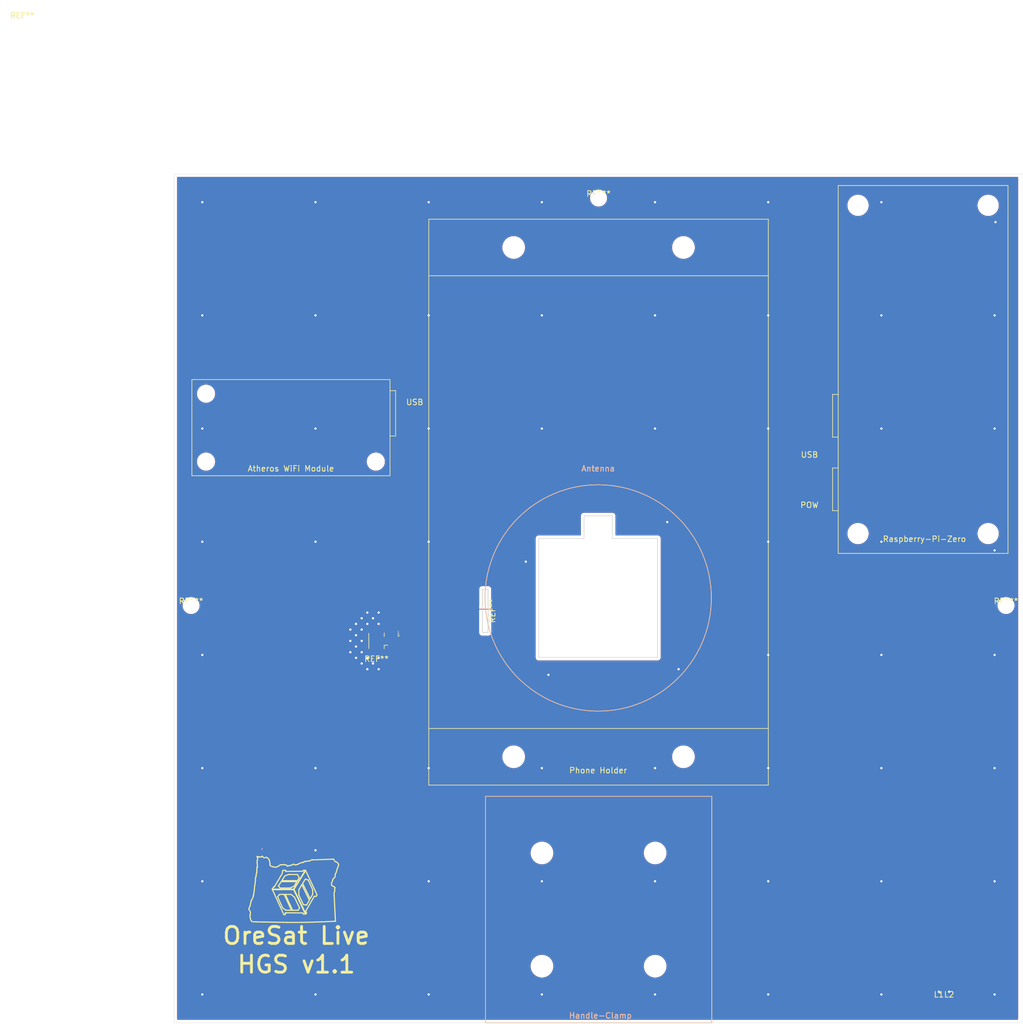
<source format=kicad_pcb>
(kicad_pcb (version 20171130) (host pcbnew "(5.1.2)-1")

  (general
    (thickness 1.6)
    (drawings 4)
    (tracks 84)
    (zones 0)
    (modules 16)
    (nets 2)
  )

  (page A4)
  (title_block
    (date 2019-05-13)
    (rev v1.1)
  )

  (layers
    (0 F.Cu signal)
    (31 B.Cu power)
    (32 B.Adhes user)
    (34 B.Paste user)
    (36 B.SilkS user)
    (37 F.SilkS user)
    (38 B.Mask user)
    (40 Dwgs.User user)
    (41 Cmts.User user)
    (42 Eco1.User user hide)
    (43 Eco2.User user)
    (44 Edge.Cuts user)
    (45 Margin user)
    (46 B.CrtYd user)
    (47 F.CrtYd user)
    (48 B.Fab user)
  )

  (setup
    (last_trace_width 0.25)
    (trace_clearance 0.2)
    (zone_clearance 0.508)
    (zone_45_only no)
    (trace_min 0.2)
    (via_size 0.8)
    (via_drill 0.4)
    (via_min_size 0.4)
    (via_min_drill 0.3)
    (uvia_size 0.3)
    (uvia_drill 0.1)
    (uvias_allowed no)
    (uvia_min_size 0.2)
    (uvia_min_drill 0.1)
    (edge_width 0.05)
    (segment_width 0.2)
    (pcb_text_width 0.3)
    (pcb_text_size 1.5 1.5)
    (mod_edge_width 0.12)
    (mod_text_size 1 1)
    (mod_text_width 0.15)
    (pad_size 2.2 1.05)
    (pad_drill 0)
    (pad_to_mask_clearance 0.051)
    (solder_mask_min_width 0.25)
    (aux_axis_origin 0 0)
    (visible_elements 7FFFFFFF)
    (pcbplotparams
      (layerselection 0x01074_ffffffff)
      (usegerberextensions false)
      (usegerberattributes false)
      (usegerberadvancedattributes false)
      (creategerberjobfile false)
      (excludeedgelayer true)
      (linewidth 0.100000)
      (plotframeref false)
      (viasonmask false)
      (mode 1)
      (useauxorigin false)
      (hpglpennumber 1)
      (hpglpenspeed 20)
      (hpglpendiameter 15.000000)
      (psnegative false)
      (psa4output false)
      (plotreference true)
      (plotvalue true)
      (plotinvisibletext false)
      (padsonsilk false)
      (subtractmaskfromsilk false)
      (outputformat 1)
      (mirror false)
      (drillshape 0)
      (scaleselection 1)
      (outputdirectory "gerber/"))
  )

  (net 0 "")
  (net 1 "Net-(L1-Pad1)")

  (net_class Default "This is the default net class."
    (clearance 0.2)
    (trace_width 0.25)
    (via_dia 0.8)
    (via_drill 0.4)
    (uvia_dia 0.3)
    (uvia_drill 0.1)
    (add_net "Net-(L1-Pad1)")
  )

  (module muwave_stub locked (layer F.Cu) (tedit 5CE9C00D) (tstamp 5CC9258C)
    (at 63.03385 113 270)
    (fp_text reference REF** (at -1.27 0.5 270) (layer F.SilkS)
      (effects (font (size 0.25 0.25) (thickness 0.05)))
    )
    (fp_text value muwave_stub (at 0 -0.5 270) (layer F.Fab)
      (effects (font (size 0.25 0.25) (thickness 0.05)))
    )
    (fp_line (start -1 2.475001) (end -1 4.135001) (layer F.Cu) (width 0.12))
    (fp_line (start 1 2.475001) (end 5.60469 2.475001) (layer F.Cu) (width 0.12))
    (fp_line (start -5.60469 -20.287299) (end -5.60469 2.475001) (layer F.Cu) (width 0.12))
    (fp_line (start -5.60469 -20.287299) (end 5.60469 -20.287299) (layer F.Cu) (width 0.12))
    (fp_line (start 5.60469 -20.287299) (end 5.60469 2.475001) (layer F.Cu) (width 0.12))
    (fp_line (start -5.60469 2.475001) (end -1 2.475001) (layer F.Cu) (width 0.12))
    (fp_line (start 1 2.475001) (end 1 4.135001) (layer F.Cu) (width 0.12))
    (fp_line (start -1 4.135001) (end 1 4.135001) (layer F.Cu) (width 0.12))
    (pad 1 smd rect (at 0 1.915 270) (size 1.20938 1) (layers F.Cu F.Mask))
    (pad 1 smd rect (at 0 -14.8473 270) (size 1.20938 1) (layers F.Cu F.Mask))
    (pad 1 smd rect (at 0 -6.46615 270) (size 1.20938 17.7623) (layers F.Cu))
  )

  (module DxWiFi:antenna-wire-slot (layer F.Cu) (tedit 5CE8AC90) (tstamp 5CE892D2)
    (at 79.6 107.69 270)
    (fp_text reference REF** (at 0 0.5 270) (layer F.SilkS)
      (effects (font (size 1 1) (thickness 0.15)))
    )
    (fp_text value antenna-wire-slot (at 0 -0.5 270) (layer F.Fab)
      (effects (font (size 1 1) (thickness 0.15)))
    )
    (fp_line (start 3.81 2.27) (end -3.81 2.27) (layer Edge.Cuts) (width 0.12))
    (fp_line (start 3.81 1.27) (end 3.81 2.27) (layer Edge.Cuts) (width 0.12))
    (fp_line (start -3.81 1.27) (end 3.81 1.27) (layer Edge.Cuts) (width 0.12))
    (fp_line (start -3.81 1.27) (end -3.81 2.27) (layer Edge.Cuts) (width 0.12))
  )

  (module Connector_Coaxial:U.FL_Hirose_U.FL-R-SMT-1_Vertical (layer F.Cu) (tedit 5CE89867) (tstamp 5CE89BF1)
    (at 59.1 113 180)
    (descr "Hirose U.FL Coaxial https://www.hirose.com/product/en/products/U.FL/U.FL-R-SMT-1%2810%29/")
    (tags "Hirose U.FL Coaxial")
    (attr smd)
    (fp_text reference REF** (at 0.475 -3.2) (layer F.SilkS)
      (effects (font (size 1 1) (thickness 0.15)))
    )
    (fp_text value U.FL_Hirose_U.FL-R-SMT-1_Vertical (at 0.475 3.2) (layer F.Fab)
      (effects (font (size 1 1) (thickness 0.15)))
    )
    (fp_line (start -1.32 -1) (end -2.02 -1) (layer F.CrtYd) (width 0.05))
    (fp_line (start -1.32 1.8) (end -1.32 1) (layer F.CrtYd) (width 0.05))
    (fp_line (start -1.32 -1.8) (end -1.12 -1.8) (layer F.CrtYd) (width 0.05))
    (fp_line (start -1.12 -1.8) (end -1.12 -2.5) (layer F.CrtYd) (width 0.05))
    (fp_line (start 2.08 -2.5) (end -1.12 -2.5) (layer F.CrtYd) (width 0.05))
    (fp_line (start -1.32 -1) (end -1.32 -1.8) (layer F.CrtYd) (width 0.05))
    (fp_line (start 2.08 -1.8) (end 2.08 -2.5) (layer F.CrtYd) (width 0.05))
    (fp_line (start 2.08 -1.8) (end 2.28 -1.8) (layer F.CrtYd) (width 0.05))
    (fp_line (start -0.885 -1.4) (end -0.885 -0.76) (layer F.SilkS) (width 0.12))
    (fp_line (start -0.425 1.5) (end -0.425 1.3) (layer F.Fab) (width 0.1))
    (fp_line (start -0.425 1.3) (end -0.825 1.3) (layer F.Fab) (width 0.1))
    (fp_line (start -0.825 0.3) (end -0.825 1.3) (layer F.Fab) (width 0.1))
    (fp_line (start -1.075 0.3) (end -0.825 0.3) (layer F.Fab) (width 0.1))
    (fp_line (start -1.075 0.3) (end -1.075 -0.15) (layer F.Fab) (width 0.1))
    (fp_line (start -0.925 -0.3) (end -0.825 -0.3) (layer F.Fab) (width 0.1))
    (fp_line (start -0.825 -0.3) (end -0.825 -1.3) (layer F.Fab) (width 0.1))
    (fp_line (start -0.425 -1.5) (end -0.425 -1.3) (layer F.Fab) (width 0.1))
    (fp_line (start -0.425 -1.3) (end -0.825 -1.3) (layer F.Fab) (width 0.1))
    (fp_line (start -0.425 1.5) (end 1.375 1.5) (layer F.Fab) (width 0.1))
    (fp_line (start 1.375 1.5) (end 1.375 1.3) (layer F.Fab) (width 0.1))
    (fp_line (start 1.775 1.3) (end 1.375 1.3) (layer F.Fab) (width 0.1))
    (fp_line (start 1.775 -1.3) (end 1.775 1.3) (layer F.Fab) (width 0.1))
    (fp_line (start -0.425 -1.5) (end 1.375 -1.5) (layer F.Fab) (width 0.1))
    (fp_line (start 1.375 -1.5) (end 1.375 -1.3) (layer F.Fab) (width 0.1))
    (fp_line (start 1.775 -1.3) (end 1.375 -1.3) (layer F.Fab) (width 0.1))
    (fp_line (start -0.925 -0.3) (end -1.075 -0.15) (layer F.Fab) (width 0.1))
    (fp_line (start -0.885 1.4) (end -0.885 0.76) (layer F.SilkS) (width 0.12))
    (fp_line (start -0.885 -0.76) (end -1.515 -0.76) (layer F.SilkS) (width 0.12))
    (fp_line (start 1.835 -1.35) (end 1.835 1.35) (layer F.SilkS) (width 0.12))
    (fp_line (start 2.08 2.5) (end -1.12 2.5) (layer F.CrtYd) (width 0.05))
    (fp_line (start -1.12 2.5) (end -1.12 1.8) (layer F.CrtYd) (width 0.05))
    (fp_line (start -1.32 1.8) (end -1.12 1.8) (layer F.CrtYd) (width 0.05))
    (fp_line (start 2.28 1.8) (end 2.28 -1.8) (layer F.CrtYd) (width 0.05))
    (fp_line (start 2.08 2.5) (end 2.08 1.8) (layer F.CrtYd) (width 0.05))
    (fp_line (start 2.08 1.8) (end 2.28 1.8) (layer F.CrtYd) (width 0.05))
    (fp_line (start -1.32 1) (end -2.02 1) (layer F.CrtYd) (width 0.05))
    (fp_line (start -2.02 1) (end -2.02 -1) (layer F.CrtYd) (width 0.05))
    (fp_text user %R (at 0.475 0 90) (layer F.Fab)
      (effects (font (size 0.6 0.6) (thickness 0.09)))
    )
    (pad 2 smd rect (at 0.475 -1.475 180) (size 2.2 1.05) (layers F.Cu F.Paste F.Mask)
      (net 1 "Net-(L1-Pad1)"))
    (pad 1 smd rect (at -1.05 0 180) (size 1.05 1) (layers F.Cu F.Paste F.Mask))
    (pad 2 smd rect (at 0.475 1.475 180) (size 2.2 1.05) (layers F.Cu F.Paste F.Mask)
      (net 1 "Net-(L1-Pad1)"))
    (model ${KISYS3DMOD}/Connector_Coaxial.3dshapes/U.FL_Hirose_U.FL-R-SMT-1_Vertical.wrl
      (offset (xyz 0.4749999928262157 0 0))
      (scale (xyz 1 1 1))
      (rotate (xyz 0 0 0))
    )
  )

  (module DxWiFi:logo_oresat (layer F.Cu) (tedit 5CDE4021) (tstamp 5CD4E8C0)
    (at 44.45 151.13)
    (fp_text reference logo_oresat (at 0 -2.54) (layer F.Fab) hide
      (effects (font (size 1 1) (thickness 0.15)))
    )
    (fp_text value logo_oresat (at 0 -3.81) (layer F.Fab)
      (effects (font (size 1 1) (thickness 0.15)))
    )
    (fp_text user "HGS v1.1" (at 0 19.05) (layer F.SilkS)
      (effects (font (size 3 3) (thickness 0.5)))
    )
    (fp_text user "OreSat Live" (at 0 13.97) (layer F.SilkS)
      (effects (font (size 3 3) (thickness 0.5)))
    )
    (fp_line (start 1.27 10.16) (end 1.154403 9.944427) (layer F.SilkS) (width 0.2))
    (fp_line (start 1.154403 9.944427) (end -1.922982 9.917871) (layer F.SilkS) (width 0.2))
    (fp_line (start -1.969846 10.231857) (end -2.202602 10.239668) (layer F.SilkS) (width 0.2))
    (fp_line (start -1.922982 9.917871) (end -1.888616 10.016284) (layer F.SilkS) (width 0.2))
    (fp_line (start -3.975613 5.325225) (end -3.878762 5.337721) (layer F.SilkS) (width 0.2))
    (fp_line (start 3.158608 7.018568) (end 1.663655 9.632001) (layer F.SilkS) (width 0.2))
    (fp_curve (pts (xy -4.024039 5.745435) (xy -4.047756 5.745447) (xy -4.066976 5.764677) (xy -4.066976 5.788394)) (layer F.SilkS) (width 0.2))
    (fp_curve (pts (xy -4.066976 5.788394) (xy -4.066976 5.812111) (xy -4.047756 5.83134) (xy -4.024039 5.831352)) (layer F.SilkS) (width 0.2))
    (fp_curve (pts (xy -0.468644 5.737625) (xy -0.517454 5.737725) (xy -3.98909 5.745435) (xy -4.024039 5.745435)) (layer F.SilkS) (width 0.2))
    (fp_curve (pts (xy -4.024039 5.831352) (xy -3.977753 5.831352) (xy -0.520279 5.823661) (xy -0.468644 5.823542)) (layer F.SilkS) (width 0.2))
    (fp_line (start -2.475974 2.952358) (end -2.461914 2.66024) (layer F.SilkS) (width 0.2))
    (fp_curve (pts (xy 1.577738 2.466539) (xy 1.576671 2.467005) (xy 1.575628 2.467525) (xy 1.574614 2.468097)) (layer F.SilkS) (width 0.2))
    (fp_line (start -1.888616 10.016284) (end -1.969846 10.231857) (layer F.SilkS) (width 0.2))
    (fp_line (start -2.202602 10.239668) (end -4.269293 5.722005) (layer F.SilkS) (width 0.2))
    (fp_line (start 1.797998 9.927243) (end 1.690211 10.141254) (layer F.SilkS) (width 0.2))
    (fp_line (start -3.878762 5.337721) (end -2.475974 2.952358) (layer F.SilkS) (width 0.2))
    (fp_line (start -2.461914 2.66024) (end -2.335383 2.40093) (layer F.SilkS) (width 0.2))
    (fp_line (start 1.663655 9.632001) (end 1.797998 9.927243) (layer F.SilkS) (width 0.2))
    (fp_line (start 1.554307 2.483719) (end -0.468644 5.737625) (layer F.SilkS) (width 0.2))
    (fp_curve (pts (xy 1.574614 2.468097) (xy 1.566081 2.470486) (xy 1.558804 2.476084) (xy 1.554307 2.483719)) (layer F.SilkS) (width 0.2))
    (fp_line (start -0.468644 5.823542) (end 1.530875 9.974106) (layer F.SilkS) (width 0.2))
    (fp_line (start 1.690211 10.141254) (end 1.27 10.16) (layer F.SilkS) (width 0.2))
    (fp_line (start -4.269293 5.722005) (end -3.975613 5.325225) (layer F.SilkS) (width 0.2))
    (fp_curve (pts (xy 1.530875 9.974106) (xy 1.537553 9.988089) (xy 1.551193 9.997439) (xy 1.566643 9.998627)) (layer F.SilkS) (width 0.2))
    (fp_curve (pts (xy 1.566643 9.998627) (xy 1.582094 9.999814) (xy 1.597002 9.992658) (xy 1.60574 9.97986)) (layer F.SilkS) (width 0.2))
    (fp_curve (pts (xy 1.60574 9.97986) (xy 1.614477 9.967062) (xy 1.615713 9.950572) (xy 1.608981 9.936615)) (layer F.SilkS) (width 0.2))
    (fp_line (start 3.525707 7.001386) (end 3.158608 7.018568) (layer F.SilkS) (width 0.2))
    (fp_curve (pts (xy 6.384394 5.151831) (xy 6.182668 5.147682) (xy 6.211638 4.860731) (xy 6.214123 4.678507)) (layer F.SilkS) (width 0.2))
    (fp_curve (pts (xy -7.237329 3.878699) (xy -7.219828 4.042316) (xy -7.214848 4.268781) (xy -7.242015 4.328591)) (layer F.SilkS) (width 0.2))
    (fp_curve (pts (xy -7.112359 11.526859) (xy -5.253115 11.565949) (xy -3.391025 11.565821) (xy -1.530889 11.619025)) (layer F.SilkS) (width 0.2))
    (fp_curve (pts (xy -6.978016 2.405616) (xy -6.880778 2.529771) (xy -7.036102 2.581032) (xy -6.988951 2.807082)) (layer F.SilkS) (width 0.2))
    (fp_curve (pts (xy -6.624976 0.015566) (xy -6.632668 0.086031) (xy -6.705502 0.157222) (xy -6.788999 0.049933)) (layer F.SilkS) (width 0.2))
    (fp_curve (pts (xy -6.788999 0.049933) (xy -6.938707 -0.089666) (xy -7.013057 -0.127921) (xy -6.884289 0.118666)) (layer F.SilkS) (width 0.2))
    (fp_curve (pts (xy -7.591931 6.90922) (xy -7.660342 7.24631) (xy -7.808424 7.555091) (xy -8.007456 7.837122)) (layer F.SilkS) (width 0.2))
    (fp_curve (pts (xy -7.35605 5.151831) (xy -7.395733 5.677367) (xy -7.441368 6.178282) (xy -7.551316 6.692085)) (layer F.SilkS) (width 0.2))
    (fp_curve (pts (xy -6.960833 1.907299) (xy -6.938695 2.089886) (xy -7.051818 2.335736) (xy -6.978016 2.405616)) (layer F.SilkS) (width 0.2))
    (fp_curve (pts (xy -8.115243 10.300592) (xy -8.284747 10.419525) (xy -8.171214 10.740375) (xy -8.104308 10.911383)) (layer F.SilkS) (width 0.2))
    (fp_curve (pts (xy 6.768677 6.162525) (xy 6.889023 5.935577) (xy 6.642355 5.696493) (xy 6.862404 5.51893)) (layer F.SilkS) (width 0.2))
    (fp_curve (pts (xy -6.907721 1.576128) (xy -6.904863 1.749685) (xy -6.748471 1.967398) (xy -6.960833 1.907299)) (layer F.SilkS) (width 0.2))
    (fp_curve (pts (xy -6.988951 2.807082) (xy -6.900551 2.628874) (xy -7.031264 2.979884) (xy -7.096738 3.113258)) (layer F.SilkS) (width 0.2))
    (fp_curve (pts (xy -7.096738 3.113258) (xy -6.996037 3.168853) (xy -7.169212 3.338909) (xy -7.112359 3.505353)) (layer F.SilkS) (width 0.2))
    (fp_curve (pts (xy 6.690571 6.845173) (xy 6.676738 6.606903) (xy 6.628871 6.365772) (xy 6.768677 6.162525)) (layer F.SilkS) (width 0.2))
    (fp_curve (pts (xy -7.112359 3.505353) (xy -7.134334 3.485152) (xy -7.213203 3.732511) (xy -7.237329 3.878699)) (layer F.SilkS) (width 0.2))
    (fp_curve (pts (xy -6.928028 1.087183) (xy -6.960026 1.302171) (xy -6.801134 1.378693) (xy -6.907721 1.576128)) (layer F.SilkS) (width 0.2))
    (fp_curve (pts (xy 6.909268 11.411262) (xy 6.835946 9.888931) (xy 6.766933 8.367351) (xy 6.690571 6.845173)) (layer F.SilkS) (width 0.2))
    (fp_curve (pts (xy 6.884274 3.069519) (xy 7.166102 2.732791) (xy 7.101615 2.247962) (xy 7.346663 1.888553)) (layer F.SilkS) (width 0.2))
    (fp_curve (pts (xy -6.056363 -0.081286) (xy -6.092685 -0.07874) (xy -6.129153 -0.050424) (xy -6.167274 0.020253)) (layer F.SilkS) (width 0.2))
    (fp_curve (pts (xy -6.87023 0.601363) (xy -7.044315 0.694745) (xy -6.831728 0.919082) (xy -6.928028 1.087183)) (layer F.SilkS) (width 0.2))
    (fp_curve (pts (xy -6.167274 0.020253) (xy -6.383564 0.200096) (xy -6.476185 -0.078571) (xy -6.624976 0.015566)) (layer F.SilkS) (width 0.2))
    (fp_curve (pts (xy -6.884289 0.118666) (xy -6.845772 0.310766) (xy -6.771121 0.518727) (xy -6.87023 0.601363)) (layer F.SilkS) (width 0.2))
    (fp_curve (pts (xy -7.551316 6.692085) (xy -7.704327 7.062374) (xy -7.385362 6.628466) (xy -7.591931 6.90922)) (layer F.SilkS) (width 0.2))
    (fp_curve (pts (xy -7.242015 4.328591) (xy -7.294603 4.611748) (xy -7.272519 4.879029) (xy -7.35605 5.151831)) (layer F.SilkS) (width 0.2))
    (fp_curve (pts (xy -8.163668 8.643178) (xy -8.176076 8.888824) (xy -8.47955 9.082632) (xy -8.358934 9.318016)) (layer F.SilkS) (width 0.2))
    (fp_curve (pts (xy -8.119929 9.841328) (xy -8.051964 9.985412) (xy -8.301832 10.330141) (xy -8.115243 10.300592)) (layer F.SilkS) (width 0.2))
    (fp_curve (pts (xy -8.007456 7.837122) (xy -8.000152 8.10578) (xy -8.113341 8.373974) (xy -8.163668 8.643178)) (layer F.SilkS) (width 0.2))
    (fp_curve (pts (xy -7.820001 11.464375) (xy -7.614199 11.544792) (xy -7.342442 11.49493) (xy -7.112359 11.526859)) (layer F.SilkS) (width 0.2))
    (fp_curve (pts (xy -1.530889 11.619025) (xy 1.283532 11.643115) (xy 4.098495 11.553555) (xy 6.909268 11.411262)) (layer F.SilkS) (width 0.2))
    (fp_curve (pts (xy 6.862404 5.51893) (xy 6.834419 5.347186) (xy 6.532824 5.258262) (xy 6.384394 5.151831)) (layer F.SilkS) (width 0.2))
    (fp_curve (pts (xy 6.214123 4.678507) (xy 6.28534 4.489456) (xy 6.396185 4.32708) (xy 6.437507 4.111456)) (layer F.SilkS) (width 0.2))
    (fp_curve (pts (xy 6.437507 4.111456) (xy 6.424074 3.854304) (xy 6.725908 3.844685) (xy 6.77805 3.627197)) (layer F.SilkS) (width 0.2))
    (fp_curve (pts (xy -8.358934 9.318016) (xy -8.310124 9.517514) (xy -8.107905 9.618378) (xy -8.119929 9.841328)) (layer F.SilkS) (width 0.2))
    (fp_curve (pts (xy 6.77805 3.627197) (xy 6.928037 3.449551) (xy 6.861367 3.257936) (xy 6.884274 3.069519)) (layer F.SilkS) (width 0.2))
    (fp_curve (pts (xy -8.104308 10.911383) (xy -8.116972 11.141967) (xy -8.001486 11.328631) (xy -7.820001 11.464375)) (layer F.SilkS) (width 0.2))
    (fp_line (start 1.608981 9.936615) (end -0.404598 5.762619) (layer F.SilkS) (width 0.2))
    (fp_curve (pts (xy 1.612105 2.519649) (xy 1.619332 2.508722) (xy 1.619703 2.494633) (xy 1.613061 2.483342)) (layer F.SilkS) (width 0.2))
    (fp_line (start 1.577738 2.466537) (end 1.577738 2.466539) (layer F.SilkS) (width 0.2))
    (fp_line (start 0.217128 3.156995) (end -1.36999 3.144498) (layer F.SilkS) (width 0.2))
    (fp_line (start 1.591797 3.96774) (end 1.112225 4.725371) (layer F.SilkS) (width 0.2))
    (fp_line (start -2.552518 4.231739) (end 0.187448 4.236423) (layer F.SilkS) (width 0.2))
    (fp_curve (pts (xy -0.404598 5.762619) (xy -0.404598 5.762619) (xy 1.612105 2.519649) (xy 1.612105 2.519649)) (layer F.SilkS) (width 0.2))
    (fp_line (start 1.112225 4.725371) (end 2.440031 7.44503) (layer F.SilkS) (width 0.2))
    (fp_line (start 0.518618 3.725608) (end 0.217128 3.156995) (layer F.SilkS) (width 0.2))
    (fp_line (start 2.440031 7.44503) (end 2.899295 6.643659) (layer F.SilkS) (width 0.2))
    (fp_curve (pts (xy 1.613061 2.483342) (xy 1.606418 2.47205) (xy 1.593924 2.465529) (xy 1.580863 2.466537)) (layer F.SilkS) (width 0.2))
    (fp_line (start 2.076057 4.109894) (end 1.591797 3.96774) (layer F.SilkS) (width 0.2))
    (fp_line (start -3.167995 5.184635) (end -2.863381 5.532989) (layer F.SilkS) (width 0.2))
    (fp_line (start -2.863381 5.532989) (end -1.101305 5.536114) (layer F.SilkS) (width 0.2))
    (fp_line (start -1.101305 5.536114) (end -0.388976 5.231499) (layer F.SilkS) (width 0.2))
    (fp_line (start 0.187448 4.236423) (end 0.518618 3.725608) (layer F.SilkS) (width 0.2))
    (fp_line (start -1.36999 3.144498) (end -1.36999 3.144501) (layer F.SilkS) (width 0.2))
    (fp_line (start -2.669677 4.406697) (end -3.167995 5.184635) (layer F.SilkS) (width 0.2))
    (fp_line (start -2.019834 3.385068) (end -2.552518 4.231739) (layer F.SilkS) (width 0.2))
    (fp_line (start -0.388976 5.231499) (end 0.07185 4.414509) (layer F.SilkS) (width 0.2))
    (fp_line (start -1.36999 3.144501) (end -2.019834 3.385068) (layer F.SilkS) (width 0.2))
    (fp_line (start 2.899295 6.643659) (end 2.889924 5.811047) (layer F.SilkS) (width 0.2))
    (fp_line (start 2.889924 5.811047) (end 2.076057 4.109894) (layer F.SilkS) (width 0.2))
    (fp_line (start 0.07185 4.414509) (end -2.669677 4.406697) (layer F.SilkS) (width 0.2))
    (fp_line (start 0.971634 4.940944) (end 0.443636 5.867284) (layer F.SilkS) (width 0.2))
    (fp_line (start 0.443636 5.867284) (end 0.446761 6.795185) (layer F.SilkS) (width 0.2))
    (fp_curve (pts (xy 1.580863 2.466537) (xy 1.579822 2.466489) (xy 1.578779 2.466489) (xy 1.577738 2.466537)) (layer F.SilkS) (width 0.2))
    (fp_line (start 1.824554 8.549451) (end 2.305689 7.687158) (layer F.SilkS) (width 0.2))
    (fp_line (start 2.305689 7.687158) (end 0.971634 4.940944) (layer F.SilkS) (width 0.2))
    (fp_line (start -0.34055 7.13573) (end -0.931033 6.670217) (layer F.SilkS) (width 0.2))
    (fp_line (start -0.931033 6.670217) (end -1.941728 6.673341) (layer F.SilkS) (width 0.2))
    (fp_line (start -2.95867 6.673339) (end -3.302338 7.08574) (layer F.SilkS) (width 0.2))
    (fp_line (start -0.859175 9.461729) (end -2.147928 6.660843) (layer F.SilkS) (width 0.2))
    (fp_line (start -3.302338 7.08574) (end -2.443169 9.022774) (layer F.SilkS) (width 0.2))
    (fp_line (start -1.941728 6.673341) (end -0.660786 9.46642) (layer F.SilkS) (width 0.2))
    (fp_line (start 1.252817 8.477593) (end 1.824554 8.549451) (layer F.SilkS) (width 0.2))
    (fp_line (start -2.147928 6.660843) (end -2.95867 6.673339) (layer F.SilkS) (width 0.2))
    (fp_line (start -1.871432 9.452358) (end -0.859175 9.461729) (layer F.SilkS) (width 0.2))
    (fp_line (start -0.660786 9.46642) (end 0.326477 9.46642) (layer F.SilkS) (width 0.2))
    (fp_line (start 0.326477 9.46642) (end 0.581103 9.058705) (layer F.SilkS) (width 0.2))
    (fp_line (start 0.581103 9.058705) (end -0.34055 7.13573) (layer F.SilkS) (width 0.2))
    (fp_line (start -2.443169 9.022774) (end -1.871432 9.452358) (layer F.SilkS) (width 0.2))
    (fp_line (start 0.446761 6.795185) (end 1.252817 8.477593) (layer F.SilkS) (width 0.2))
    (fp_curve (pts (xy -4.808226 0.59199) (xy -4.815748 0.33233) (xy -5.090208 0.256397) (xy -5.253431 0.124915)) (layer F.SilkS) (width 0.2))
    (fp_curve (pts (xy -4.64264 1.249644) (xy -4.739407 1.04318) (xy -4.652895 0.768977) (xy -4.808226 0.59199)) (layer F.SilkS) (width 0.2))
    (fp_curve (pts (xy -3.588207 1.8495) (xy -3.799599 1.920286) (xy -3.941408 1.763775) (xy -4.16463 1.799512)) (layer F.SilkS) (width 0.2))
    (fp_line (start -6.056363 -1.351286) (end -6.056363 -1.351286) (layer B.SilkS) (width 0.2))
    (fp_line (start -2.335383 2.40093) (end -1.905799 2.40093) (layer F.SilkS) (width 0.2))
    (fp_line (start -1.905799 2.40093) (end -1.879243 2.60713) (layer F.SilkS) (width 0.2))
    (fp_curve (pts (xy -4.16463 1.799512) (xy -4.324648 1.665787) (xy -4.61911 1.719416) (xy -4.658262 1.454283)) (layer F.SilkS) (width 0.2))
    (fp_curve (pts (xy -5.253431 0.124915) (xy -5.442251 0.021105) (xy -5.54957 0.317644) (xy -5.770494 0.16553)) (layer F.SilkS) (width 0.2))
    (fp_line (start -1.879243 2.60713) (end 1.180959 2.571201) (layer F.SilkS) (width 0.2))
    (fp_line (start 1.180959 2.571201) (end 1.260627 2.40093) (layer F.SilkS) (width 0.2))
    (fp_line (start 1.260627 2.40093) (end 1.627726 2.40093) (layer F.SilkS) (width 0.2))
    (fp_line (start 1.627726 2.40093) (end 3.66005 6.7327) (layer F.SilkS) (width 0.2))
    (fp_line (start 3.66005 6.7327) (end 3.525707 7.001386) (layer F.SilkS) (width 0.2))
    (fp_curve (pts (xy -4.658262 1.454283) (xy -4.645156 1.386256) (xy -4.639746 1.318818) (xy -4.64264 1.249644)) (layer F.SilkS) (width 0.2))
    (fp_curve (pts (xy -5.770494 0.16553) (xy -5.861112 0.095022) (xy -5.949497 -0.06964) (xy -6.040742 -0.081286)) (layer F.SilkS) (width 0.2))
    (fp_curve (pts (xy -6.040742 -1.351286) (xy -6.045926 -1.351947) (xy -6.051174 -1.35165) (xy -6.056363 -1.351286)) (layer B.SilkS) (width 0.2))
    (fp_curve (pts (xy -0.682656 1.421478) (xy -0.850679 1.443132) (xy -0.995926 1.643542) (xy -1.14192 1.573004)) (layer F.SilkS) (width 0.2))
    (fp_curve (pts (xy 0.481127 1.22465) (xy 0.318155 1.347573) (xy 0.139608 1.41556) (xy -0.074989 1.435537)) (layer F.SilkS) (width 0.2))
    (fp_curve (pts (xy 2.286943 0.776321) (xy 2.068808 0.755882) (xy 1.842146 0.794323) (xy 1.627726 0.860675)) (layer F.SilkS) (width 0.2))
    (fp_curve (pts (xy 6.593719 0.434215) (xy 5.364113 0.491283) (xy 4.134464 0.527752) (xy 2.903982 0.560748)) (layer F.SilkS) (width 0.2))
    (fp_curve (pts (xy 7.346663 1.888553) (xy 7.301764 1.677313) (xy 7.614355 1.503177) (xy 7.427894 1.313691)) (layer F.SilkS) (width 0.2))
    (fp_curve (pts (xy 1.159089 1.013764) (xy 0.915096 1.044257) (xy 0.700312 1.119716) (xy 0.481127 1.22465)) (layer F.SilkS) (width 0.2))
    (fp_curve (pts (xy -1.14192 1.573004) (xy -1.334267 1.472211) (xy -1.453089 1.756181) (xy -1.601185 1.676104)) (layer F.SilkS) (width 0.2))
    (fp_curve (pts (xy -1.601185 1.676104) (xy -1.6109 1.478632) (xy -1.879563 1.402033) (xy -2.043266 1.469904)) (layer F.SilkS) (width 0.2))
    (fp_curve (pts (xy -2.043266 1.469904) (xy -2.226634 1.302605) (xy -2.457432 1.459793) (xy -2.663429 1.45272)) (layer F.SilkS) (width 0.2))
    (fp_curve (pts (xy 7.00612 0.909101) (xy 6.799338 0.884305) (xy 6.695754 0.625366) (xy 6.593719 0.434215)) (layer F.SilkS) (width 0.2))
    (fp_curve (pts (xy -2.663429 1.45272) (xy -2.894602 1.341406) (xy -2.978622 1.606823) (xy -3.160185 1.679228)) (layer F.SilkS) (width 0.2))
    (fp_curve (pts (xy -3.160185 1.679228) (xy -3.349001 1.777885) (xy -3.527433 1.814643) (xy -3.588207 1.8495)) (layer F.SilkS) (width 0.2))
    (fp_curve (pts (xy 1.627726 0.860675) (xy 1.410472 0.683373) (xy 1.380445 1.082089) (xy 1.159089 1.013764)) (layer F.SilkS) (width 0.2))
    (fp_curve (pts (xy 2.903982 0.560748) (xy 2.640373 0.488587) (xy 2.525512 0.729382) (xy 2.286943 0.776321)) (layer F.SilkS) (width 0.2))
    (fp_curve (pts (xy 7.427894 1.313691) (xy 7.372937 1.081233) (xy 7.195532 1.002578) (xy 7.00612 0.909101)) (layer F.SilkS) (width 0.2))
    (fp_curve (pts (xy -0.074989 1.435537) (xy -0.303201 1.524522) (xy -0.474286 1.163822) (xy -0.682656 1.421478)) (layer F.SilkS) (width 0.2))
  )

  (module DxWiFi:Atheros (layer F.Cu) (tedit 5CDE3DF1) (tstamp 5CD4A9A6)
    (at 26 83.82)
    (fp_text reference "Atheros WiFi Module" (at 17.5 -3.5) (layer F.Fab) hide
      (effects (font (size 1 1) (thickness 0.15)))
    )
    (fp_text value "Atheros WiFi Module" (at 17.5 -1.27) (layer F.SilkS)
      (effects (font (size 1 1) (thickness 0.15)))
    )
    (fp_text user USB (at 39.37 -13) (layer F.SilkS)
      (effects (font (size 1 1) (thickness 0.15)))
    )
    (fp_line (start 36 -7.03) (end 35 -7.03) (layer F.SilkS) (width 0.12))
    (fp_line (start 36 -7.03) (end 36 -15.03) (layer F.SilkS) (width 0.12))
    (fp_line (start 35 -15.03) (end 36 -15.03) (layer F.SilkS) (width 0.12))
    (fp_line (start 0 -17) (end 0 0) (layer F.SilkS) (width 0.12))
    (fp_line (start 35 -17) (end 0 -17) (layer F.SilkS) (width 0.12))
    (fp_line (start 35 0) (end 35 -17) (layer F.SilkS) (width 0.12))
    (fp_line (start 0 0) (end 35 0) (layer F.SilkS) (width 0.12))
    (pad "" np_thru_hole circle (at 32.5 -2.5 180) (size 2.2 2.2) (drill 2.2) (layers *.Cu *.Mask))
    (pad "" np_thru_hole circle (at 2.5 -14.5) (size 2.2 2.2) (drill 2.2) (layers *.Cu *.Mask))
    (pad "" np_thru_hole circle (at 2.5 -2.5) (size 2.2 2.2) (drill 2.2) (layers *.Cu *.Mask))
  )

  (module DxWiFi:Raspberry-Pi-Zero (layer F.Cu) (tedit 5CDE4144) (tstamp 5CD4A777)
    (at 140.208 97.536)
    (fp_text reference "Raspberry-Pi-Zero " (at 15.24 -5.08) (layer B.SilkS) hide
      (effects (font (size 1 1) (thickness 0.15)))
    )
    (fp_text value Raspberry-Pi-Zero (at 15.24 -2.54) (layer F.SilkS)
      (effects (font (size 1 1) (thickness 0.15)))
    )
    (fp_line (start -1 -20.54) (end -1 -28.09) (layer F.SilkS) (width 0.12))
    (fp_line (start -1 -28.09) (end 0 -28.09) (layer F.SilkS) (width 0.12))
    (fp_line (start 0 -20.54) (end -1 -20.54) (layer F.SilkS) (width 0.12))
    (fp_line (start 0 0) (end 30 0) (layer F.SilkS) (width 0.12))
    (fp_line (start 30 0) (end 30 -65) (layer F.SilkS) (width 0.12))
    (fp_text user USB (at -5.08 -17.43) (layer F.SilkS)
      (effects (font (size 1 1) (thickness 0.15)))
    )
    (fp_text user POW (at -5.08 -8.54) (layer F.SilkS)
      (effects (font (size 1 1) (thickness 0.15)))
    )
    (fp_line (start 30 -65) (end 0 -65) (layer F.SilkS) (width 0.12))
    (fp_line (start 0 -65) (end 0 0) (layer F.SilkS) (width 0.12))
    (fp_line (start 0 -7.54) (end -1 -7.54) (layer F.SilkS) (width 0.12))
    (fp_line (start -1 -7.54) (end -1 -15.09) (layer F.SilkS) (width 0.12))
    (fp_line (start -1 -15.09) (end 0 -15.09) (layer F.SilkS) (width 0.12))
    (pad "" np_thru_hole circle (at 3.5 -3.5) (size 2.75 2.75) (drill 2.75) (layers *.Cu *.Mask))
    (pad "" np_thru_hole circle (at 26.5 -61.5) (size 2.75 2.75) (drill 2.75) (layers *.Cu *.Mask))
    (pad "" np_thru_hole circle (at 3.5 -61.5) (size 2.75 2.75) (drill 2.75) (layers *.Cu *.Mask))
    (pad "" np_thru_hole circle (at 26.5 -3.5) (size 2.75 2.75) (drill 2.75) (layers *.Cu *.Mask))
  )

  (module DxWiFi:Phone-Holder (layer F.Cu) (tedit 5CDE40ED) (tstamp 5CD4AD8E)
    (at 67.86 138.48)
    (fp_text reference "Phone Holder" (at 29.93 -2.59) (layer F.SilkS)
      (effects (font (size 1 1) (thickness 0.15)))
    )
    (fp_text value Phone-Holder (at 30.48 -5.13) (layer B.SilkS) hide
      (effects (font (size 1 1) (thickness 0.15)))
    )
    (fp_line (start 0 -90) (end 60 -90) (layer F.SilkS) (width 0.12))
    (fp_line (start 0 -10) (end 60 -10) (layer F.SilkS) (width 0.12))
    (fp_line (start 0 -100) (end 0 0) (layer F.SilkS) (width 0.12))
    (fp_line (start 60 -100) (end 0 -100) (layer F.SilkS) (width 0.12))
    (fp_line (start 60 0) (end 60 -100) (layer F.SilkS) (width 0.12))
    (fp_line (start 0 0) (end 60 0) (layer F.SilkS) (width 0.12))
    (pad "" np_thru_hole circle (at 15 -95) (size 3 3) (drill 3) (layers *.Cu *.Mask))
    (pad "" np_thru_hole circle (at 45 -95) (size 3 3) (drill 3) (layers *.Cu *.Mask))
    (pad "" np_thru_hole circle (at 45 -5) (size 3 3) (drill 3) (layers *.Cu *.Mask))
    (pad "" np_thru_hole circle (at 15 -5) (size 3 3) (drill 3) (layers *.Cu *.Mask))
  )

  (module DxWiFi:microstrip (layer F.Cu) (tedit 5CD49E55) (tstamp 5CD27EFE)
    (at 0 0)
    (fp_text reference REF** (at -4 2.5) (layer F.SilkS)
      (effects (font (size 1 1) (thickness 0.15)))
    )
    (fp_text value microstrip (at -4 1.5) (layer F.Fab)
      (effects (font (size 1 1) (thickness 0.15)))
    )
  )

  (module DxWiFi:microstrip (layer F.Cu) (tedit 5CD49E55) (tstamp 5CD27F02)
    (at 0 0)
    (fp_text reference REF** (at -4 2.5) (layer F.SilkS)
      (effects (font (size 1 1) (thickness 0.15)))
    )
    (fp_text value microstrip (at -4 1.5) (layer F.Fab)
      (effects (font (size 1 1) (thickness 0.15)))
    )
  )

  (module DxWiFi:Antenna (layer F.Cu) (tedit 5CD4A292) (tstamp 5CD4B0B8)
    (at 97.79 105.41)
    (fp_text reference Antenna (at 0 -22.86) (layer F.SilkS) hide
      (effects (font (size 1 1) (thickness 0.15)))
    )
    (fp_text value Antenna (at 0 -22.86) (layer F.SilkS)
      (effects (font (size 1 1) (thickness 0.15)))
    )
    (fp_text user Antenna (at 0 -22.86) (layer B.SilkS)
      (effects (font (size 1 1) (thickness 0.15)))
    )
    (fp_circle (center 0 0) (end 20 0) (layer B.SilkS) (width 0.12))
    (fp_poly (pts (xy 10.5 -10.5) (xy 10.5 10.5) (xy -10.5 10.5) (xy -10.5 -10.5)
      (xy -2.5 -10.5) (xy -2.5 -14.5) (xy 2.5 -14.5) (xy 2.5 -10.5)) (layer Edge.Cuts) (width 0.1))
    (fp_poly (pts (xy 10.5 -10.5) (xy 10.5 10.5) (xy -10.5 10.5) (xy -10.5 -10.5)
      (xy -2.5 -10.5) (xy -2.5 -14.5) (xy 2.5 -14.5) (xy 2.5 -10.5)) (layer Eco1.User) (width 0.1))
    (fp_circle (center 0 0) (end 20 0) (layer F.SilkS) (width 0.12))
  )

  (module DxWiFi:string_mount (layer F.Cu) (tedit 5CD9A83A) (tstamp 5CD9A948)
    (at 169.86 105.48)
    (fp_text reference REF** (at 0 0.5) (layer F.SilkS)
      (effects (font (size 1 1) (thickness 0.15)))
    )
    (fp_text value string_mount (at 0 -0.5) (layer F.Fab)
      (effects (font (size 1 1) (thickness 0.15)))
    )
    (pad "" np_thru_hole circle (at 0 1.27) (size 2 2) (drill 2) (layers *.Cu *.Mask))
  )

  (module DxWiFi:string_mount (layer F.Cu) (tedit 5CD9A83A) (tstamp 5CD9A94E)
    (at 97.86 33.48)
    (fp_text reference REF** (at 0 0.5) (layer F.SilkS)
      (effects (font (size 1 1) (thickness 0.15)))
    )
    (fp_text value string_mount (at 0 -0.5) (layer F.Fab)
      (effects (font (size 1 1) (thickness 0.15)))
    )
    (pad "" np_thru_hole circle (at 0 1.27) (size 2 2) (drill 2) (layers *.Cu *.Mask))
  )

  (module DxWiFi:string_mount (layer F.Cu) (tedit 5CD9A83A) (tstamp 5CD9A94E)
    (at 25.86 105.48)
    (fp_text reference REF** (at 0 0.5) (layer F.SilkS)
      (effects (font (size 1 1) (thickness 0.15)))
    )
    (fp_text value string_mount (at 0 -0.5) (layer F.Fab)
      (effects (font (size 1 1) (thickness 0.15)))
    )
    (pad "" np_thru_hole circle (at 0 1.27) (size 2 2) (drill 2) (layers *.Cu *.Mask))
  )

  (module DxWiFi:Handle-Clamp (layer F.Cu) (tedit 5CD9BA74) (tstamp 5CD9E00E)
    (at 77.86 180.48)
    (fp_text reference Handle-Clamp (at 20.32 -3.81) (layer F.SilkS) hide
      (effects (font (size 1 1) (thickness 0.15)))
    )
    (fp_text value Handle-Clamp (at 20.32 -1.27) (layer F.SilkS)
      (effects (font (size 1 1) (thickness 0.15)))
    )
    (fp_line (start 0 -40) (end 0 0) (layer B.SilkS) (width 0.12))
    (fp_line (start 0 0) (end 40 0) (layer B.SilkS) (width 0.12))
    (fp_line (start 40 0) (end 40 -40) (layer B.SilkS) (width 0.12))
    (fp_line (start 40 -40) (end 0 -40) (layer B.SilkS) (width 0.12))
    (fp_text user Handle-Clamp (at 20.32 -1.27) (layer B.SilkS)
      (effects (font (size 1 1) (thickness 0.15)))
    )
    (fp_line (start 0 -40) (end 0 0) (layer F.SilkS) (width 0.12))
    (fp_line (start 40 -40) (end 0 -40) (layer F.SilkS) (width 0.12))
    (fp_line (start 40 0) (end 40 -40) (layer F.SilkS) (width 0.12))
    (fp_line (start 0 0) (end 40 0) (layer F.SilkS) (width 0.12))
    (pad "" np_thru_hole circle (at 10 -30) (size 3 3) (drill 3) (layers *.Cu *.Mask))
    (pad "" np_thru_hole circle (at 30 -30) (size 3 3) (drill 3) (layers *.Cu *.Mask))
    (pad "" np_thru_hole circle (at 30 -10) (size 3 3) (drill 3) (layers *.Cu *.Mask))
    (pad "" np_thru_hole circle (at 10 -10) (size 3 3) (drill 3) (layers *.Cu *.Mask))
  )

  (module DxWiFi:GND-pad (layer F.Cu) (tedit 5CD9EB54) (tstamp 5CD9F416)
    (at 158 175)
    (path /5CDA2A41)
    (fp_text reference L1 (at 0 0.5) (layer F.SilkS)
      (effects (font (size 1 1) (thickness 0.15)))
    )
    (fp_text value L (at 0 -0.5) (layer F.Fab)
      (effects (font (size 1 1) (thickness 0.15)))
    )
    (pad 1 thru_hole circle (at 0 0) (size 0.8 0.8) (drill 0.4) (layers *.Cu *.Mask)
      (net 1 "Net-(L1-Pad1)") (zone_connect 2))
  )

  (module DxWiFi:GND-pad (layer F.Cu) (tedit 5CD9EB54) (tstamp 5CD9F41B)
    (at 159.8 175)
    (path /5CDA301B)
    (fp_text reference L2 (at 0 0.5) (layer F.SilkS)
      (effects (font (size 1 1) (thickness 0.15)))
    )
    (fp_text value L (at 0 -0.5) (layer F.Fab)
      (effects (font (size 1 1) (thickness 0.15)))
    )
    (pad 1 thru_hole circle (at 0 0) (size 0.8 0.8) (drill 0.4) (layers *.Cu *.Mask)
      (net 1 "Net-(L1-Pad1)") (zone_connect 2))
  )

  (gr_line (start 22.86 180.48) (end 22.86 30.48) (layer Edge.Cuts) (width 0.05) (tstamp 5CC62A61))
  (gr_line (start 172.86 180.48) (end 22.86 180.48) (layer Edge.Cuts) (width 0.05))
  (gr_line (start 172.86 30.48) (end 172.86 180.48) (layer Edge.Cuts) (width 0.05))
  (gr_line (start 22.86 30.48) (end 172.86 30.48) (layer Edge.Cuts) (width 0.05))

  (via (at 59 110) (size 0.8) (drill 0.4) (layers F.Cu B.Cu) (net 1) (tstamp 5CE8A974))
  (via (at 59 108) (size 0.8) (drill 0.4) (layers F.Cu B.Cu) (net 1) (tstamp 5CE8A974))
  (via (at 58 109) (size 0.8) (drill 0.4) (layers F.Cu B.Cu) (net 1) (tstamp 5CE8A974))
  (via (at 57 108) (size 0.8) (drill 0.4) (layers F.Cu B.Cu) (net 1) (tstamp 5CE8A974))
  (via (at 57 110) (size 0.8) (drill 0.4) (layers F.Cu B.Cu) (net 1) (tstamp 5CE8A974))
  (via (at 56 109) (size 0.8) (drill 0.4) (layers F.Cu B.Cu) (net 1) (tstamp 5CE8A974))
  (via (at 56 111) (size 0.8) (drill 0.4) (layers F.Cu B.Cu) (net 1) (tstamp 5CE8A974))
  (via (at 55 112) (size 0.8) (drill 0.4) (layers F.Cu B.Cu) (net 1) (tstamp 5CE8A974))
  (via (at 56 113) (size 0.8) (drill 0.4) (layers F.Cu B.Cu) (net 1) (tstamp 5CE8A974))
  (via (at 55 114) (size 0.8) (drill 0.4) (layers F.Cu B.Cu) (net 1) (tstamp 5CE8A974))
  (via (at 56 115) (size 0.8) (drill 0.4) (layers F.Cu B.Cu) (net 1) (tstamp 5CE8A974))
  (via (at 55 116) (size 0.8) (drill 0.4) (layers F.Cu B.Cu) (net 1) (tstamp 5CE8A974))
  (via (at 56 117) (size 0.8) (drill 0.4) (layers F.Cu B.Cu) (net 1) (tstamp 5CE8A974))
  (via (at 57 116) (size 0.8) (drill 0.4) (layers F.Cu B.Cu) (net 1) (tstamp 5CE8A974))
  (via (at 58 117) (size 0.8) (drill 0.4) (layers F.Cu B.Cu) (net 1) (tstamp 5CE8A974))
  (via (at 59 116) (size 0.8) (drill 0.4) (layers F.Cu B.Cu) (net 1) (tstamp 5CE8A974))
  (via (at 59 118) (size 0.8) (drill 0.4) (layers F.Cu B.Cu) (net 1) (tstamp 5CE8A974))
  (via (at 57 118) (size 0.8) (drill 0.4) (layers F.Cu B.Cu) (net 1) (tstamp 5CE8A974))
  (via (at 54 111) (size 0.8) (drill 0.4) (layers F.Cu B.Cu) (net 1) (tstamp 5CE8A974))
  (via (at 54 113) (size 0.8) (drill 0.4) (layers F.Cu B.Cu) (net 1) (tstamp 5CE8A974))
  (via (at 54 115) (size 0.8) (drill 0.4) (layers F.Cu B.Cu) (net 1) (tstamp 5CE8A974))
  (via (at 55 110) (size 0.8) (drill 0.4) (layers F.Cu B.Cu) (net 1) (tstamp 5CE8A0FC))
  (via (at 167.84 175.48) (size 0.8) (drill 0.4) (layers F.Cu B.Cu) (net 1))
  (via (at 147.84 175.48) (size 0.8) (drill 0.4) (layers F.Cu B.Cu) (net 1) (tstamp 5CD9E73D))
  (via (at 127.84 175.48) (size 0.8) (drill 0.4) (layers F.Cu B.Cu) (net 1) (tstamp 5CD9E73F))
  (via (at 107.84 175.48) (size 0.8) (drill 0.4) (layers F.Cu B.Cu) (net 1) (tstamp 5CD9E741))
  (via (at 87.84 175.48) (size 0.8) (drill 0.4) (layers F.Cu B.Cu) (net 1) (tstamp 5CD9E743))
  (via (at 67.84 175.48) (size 0.8) (drill 0.4) (layers F.Cu B.Cu) (net 1) (tstamp 5CD9E745))
  (via (at 47.84 175.48) (size 0.8) (drill 0.4) (layers F.Cu B.Cu) (net 1) (tstamp 5CD9E747))
  (via (at 27.84 175.48) (size 0.8) (drill 0.4) (layers F.Cu B.Cu) (net 1) (tstamp 5CD9E749))
  (via (at 167.84 155.48) (size 0.8) (drill 0.4) (layers F.Cu B.Cu) (net 1) (tstamp 5CD9E74B))
  (via (at 147.84 155.48) (size 0.8) (drill 0.4) (layers F.Cu B.Cu) (net 1) (tstamp 5CD9E74D))
  (via (at 127.84 155.48) (size 0.8) (drill 0.4) (layers F.Cu B.Cu) (net 1) (tstamp 5CD9E74F))
  (via (at 107.84 155.48) (size 0.8) (drill 0.4) (layers F.Cu B.Cu) (net 1) (tstamp 5CD9E751))
  (via (at 87.84 155.48) (size 0.8) (drill 0.4) (layers F.Cu B.Cu) (net 1) (tstamp 5CD9E753))
  (via (at 67.84 155.48) (size 0.8) (drill 0.4) (layers F.Cu B.Cu) (net 1) (tstamp 5CD9E755))
  (via (at 47.84 150) (size 0.8) (drill 0.4) (layers F.Cu B.Cu) (net 1) (tstamp 5CD9E757))
  (via (at 27.84 155.48) (size 0.8) (drill 0.4) (layers F.Cu B.Cu) (net 1) (tstamp 5CD9E759))
  (via (at 167.84 135.48) (size 0.8) (drill 0.4) (layers F.Cu B.Cu) (net 1) (tstamp 5CD9E75B))
  (via (at 147.84 135.48) (size 0.8) (drill 0.4) (layers F.Cu B.Cu) (net 1) (tstamp 5CD9E75D))
  (via (at 127.84 135.48) (size 0.8) (drill 0.4) (layers F.Cu B.Cu) (net 1) (tstamp 5CD9E75F))
  (via (at 107.84 135.48) (size 0.8) (drill 0.4) (layers F.Cu B.Cu) (net 1) (tstamp 5CD9E761))
  (via (at 87.84 135.48) (size 0.8) (drill 0.4) (layers F.Cu B.Cu) (net 1) (tstamp 5CD9E763))
  (via (at 67.84 135.48) (size 0.8) (drill 0.4) (layers F.Cu B.Cu) (net 1) (tstamp 5CD9E765))
  (via (at 47.84 135.48) (size 0.8) (drill 0.4) (layers F.Cu B.Cu) (net 1) (tstamp 5CD9E767))
  (via (at 27.84 135.48) (size 0.8) (drill 0.4) (layers F.Cu B.Cu) (net 1) (tstamp 5CD9E769))
  (via (at 167.84 115.48) (size 0.8) (drill 0.4) (layers F.Cu B.Cu) (net 1) (tstamp 5CD9E76B))
  (via (at 147.84 115.48) (size 0.8) (drill 0.4) (layers F.Cu B.Cu) (net 1) (tstamp 5CD9E76D))
  (via (at 127.84 115.48) (size 0.8) (drill 0.4) (layers F.Cu B.Cu) (net 1) (tstamp 5CD9E76F))
  (via (at 27.84 115.48) (size 0.8) (drill 0.4) (layers F.Cu B.Cu) (net 1) (tstamp 5CD9E779))
  (via (at 147.84 95.48) (size 0.8) (drill 0.4) (layers F.Cu B.Cu) (net 1) (tstamp 5CD9E77D))
  (via (at 127.84 95.48) (size 0.8) (drill 0.4) (layers F.Cu B.Cu) (net 1) (tstamp 5CD9E77F))
  (via (at 67.84 95.48) (size 0.8) (drill 0.4) (layers F.Cu B.Cu) (net 1) (tstamp 5CD9E785))
  (via (at 47.84 95.48) (size 0.8) (drill 0.4) (layers F.Cu B.Cu) (net 1) (tstamp 5CD9E787))
  (via (at 27.84 95.48) (size 0.8) (drill 0.4) (layers F.Cu B.Cu) (net 1) (tstamp 5CD9E789))
  (via (at 167.84 75.48) (size 0.8) (drill 0.4) (layers F.Cu B.Cu) (net 1) (tstamp 5CD9E78B))
  (via (at 147.84 75.48) (size 0.8) (drill 0.4) (layers F.Cu B.Cu) (net 1) (tstamp 5CD9E78D))
  (via (at 127.84 75.48) (size 0.8) (drill 0.4) (layers F.Cu B.Cu) (net 1) (tstamp 5CD9E78F))
  (via (at 107.84 75.48) (size 0.8) (drill 0.4) (layers F.Cu B.Cu) (net 1) (tstamp 5CD9E791))
  (via (at 87.84 75.48) (size 0.8) (drill 0.4) (layers F.Cu B.Cu) (net 1) (tstamp 5CD9E793))
  (via (at 67.84 75.48) (size 0.8) (drill 0.4) (layers F.Cu B.Cu) (net 1) (tstamp 5CD9E795))
  (via (at 47.84 75.48) (size 0.8) (drill 0.4) (layers F.Cu B.Cu) (net 1) (tstamp 5CD9E797))
  (via (at 27.84 75.48) (size 0.8) (drill 0.4) (layers F.Cu B.Cu) (net 1) (tstamp 5CD9E799))
  (via (at 167.84 55.48) (size 0.8) (drill 0.4) (layers F.Cu B.Cu) (net 1) (tstamp 5CD9E79B))
  (via (at 147.84 55.48) (size 0.8) (drill 0.4) (layers F.Cu B.Cu) (net 1) (tstamp 5CD9E79D))
  (via (at 127.84 55.48) (size 0.8) (drill 0.4) (layers F.Cu B.Cu) (net 1) (tstamp 5CD9E79F))
  (via (at 107.84 55.48) (size 0.8) (drill 0.4) (layers F.Cu B.Cu) (net 1) (tstamp 5CD9E7A1))
  (via (at 87.84 55.48) (size 0.8) (drill 0.4) (layers F.Cu B.Cu) (net 1) (tstamp 5CD9E7A3))
  (via (at 67.84 55.48) (size 0.8) (drill 0.4) (layers F.Cu B.Cu) (net 1) (tstamp 5CD9E7A5))
  (via (at 47.84 55.48) (size 0.8) (drill 0.4) (layers F.Cu B.Cu) (net 1) (tstamp 5CD9E7A7))
  (via (at 27.84 55.48) (size 0.8) (drill 0.4) (layers F.Cu B.Cu) (net 1) (tstamp 5CD9E7A9))
  (via (at 168 39) (size 0.8) (drill 0.4) (layers F.Cu B.Cu) (net 1) (tstamp 5CD9E7AB))
  (via (at 147.84 35.48) (size 0.8) (drill 0.4) (layers F.Cu B.Cu) (net 1) (tstamp 5CD9E7AD))
  (via (at 127.84 35.48) (size 0.8) (drill 0.4) (layers F.Cu B.Cu) (net 1) (tstamp 5CD9E7AF))
  (via (at 107.84 35.48) (size 0.8) (drill 0.4) (layers F.Cu B.Cu) (net 1) (tstamp 5CD9E7B1))
  (via (at 87.84 35.48) (size 0.8) (drill 0.4) (layers F.Cu B.Cu) (net 1) (tstamp 5CD9E7B3))
  (via (at 67.84 35.48) (size 0.8) (drill 0.4) (layers F.Cu B.Cu) (net 1) (tstamp 5CD9E7B5))
  (via (at 47.84 35.48) (size 0.8) (drill 0.4) (layers F.Cu B.Cu) (net 1) (tstamp 5CD9E7B7))
  (via (at 27.84 35.48) (size 0.8) (drill 0.4) (layers F.Cu B.Cu) (net 1) (tstamp 5CD9E7B9))
  (via (at 167.84 97) (size 0.8) (drill 0.4) (layers F.Cu B.Cu) (net 1) (tstamp 5CD9E77B))
  (via (at 89 119) (size 0.8) (drill 0.4) (layers F.Cu B.Cu) (net 1))
  (via (at 85 99) (size 0.8) (drill 0.4) (layers F.Cu B.Cu) (net 1))
  (via (at 110 92) (size 0.8) (drill 0.4) (layers F.Cu B.Cu) (net 1))
  (via (at 112 118) (size 0.8) (drill 0.4) (layers F.Cu B.Cu) (net 1))

  (zone (net 1) (net_name "Net-(L1-Pad1)") (layer B.Cu) (tstamp 5CE99ED8) (hatch edge 0.508)
    (connect_pads (clearance 0.508))
    (min_thickness 0.254)
    (fill yes (arc_segments 32) (thermal_gap 0.508) (thermal_bridge_width 0.508))
    (polygon
      (pts
        (xy 172 31) (xy 23 31) (xy 23 180) (xy 172 180)
      )
    )
    (filled_polygon
      (pts
        (xy 171.873 179.82) (xy 23.52 179.82) (xy 23.52 170.269721) (xy 85.725 170.269721) (xy 85.725 170.690279)
        (xy 85.807047 171.102756) (xy 85.967988 171.491302) (xy 86.201637 171.840983) (xy 86.499017 172.138363) (xy 86.848698 172.372012)
        (xy 87.237244 172.532953) (xy 87.649721 172.615) (xy 88.070279 172.615) (xy 88.482756 172.532953) (xy 88.871302 172.372012)
        (xy 89.220983 172.138363) (xy 89.518363 171.840983) (xy 89.752012 171.491302) (xy 89.912953 171.102756) (xy 89.995 170.690279)
        (xy 89.995 170.269721) (xy 105.725 170.269721) (xy 105.725 170.690279) (xy 105.807047 171.102756) (xy 105.967988 171.491302)
        (xy 106.201637 171.840983) (xy 106.499017 172.138363) (xy 106.848698 172.372012) (xy 107.237244 172.532953) (xy 107.649721 172.615)
        (xy 108.070279 172.615) (xy 108.482756 172.532953) (xy 108.871302 172.372012) (xy 109.220983 172.138363) (xy 109.518363 171.840983)
        (xy 109.752012 171.491302) (xy 109.912953 171.102756) (xy 109.995 170.690279) (xy 109.995 170.269721) (xy 109.912953 169.857244)
        (xy 109.752012 169.468698) (xy 109.518363 169.119017) (xy 109.220983 168.821637) (xy 108.871302 168.587988) (xy 108.482756 168.427047)
        (xy 108.070279 168.345) (xy 107.649721 168.345) (xy 107.237244 168.427047) (xy 106.848698 168.587988) (xy 106.499017 168.821637)
        (xy 106.201637 169.119017) (xy 105.967988 169.468698) (xy 105.807047 169.857244) (xy 105.725 170.269721) (xy 89.995 170.269721)
        (xy 89.912953 169.857244) (xy 89.752012 169.468698) (xy 89.518363 169.119017) (xy 89.220983 168.821637) (xy 88.871302 168.587988)
        (xy 88.482756 168.427047) (xy 88.070279 168.345) (xy 87.649721 168.345) (xy 87.237244 168.427047) (xy 86.848698 168.587988)
        (xy 86.499017 168.821637) (xy 86.201637 169.119017) (xy 85.967988 169.468698) (xy 85.807047 169.857244) (xy 85.725 170.269721)
        (xy 23.52 170.269721) (xy 23.52 150.269721) (xy 85.725 150.269721) (xy 85.725 150.690279) (xy 85.807047 151.102756)
        (xy 85.967988 151.491302) (xy 86.201637 151.840983) (xy 86.499017 152.138363) (xy 86.848698 152.372012) (xy 87.237244 152.532953)
        (xy 87.649721 152.615) (xy 88.070279 152.615) (xy 88.482756 152.532953) (xy 88.871302 152.372012) (xy 89.220983 152.138363)
        (xy 89.518363 151.840983) (xy 89.752012 151.491302) (xy 89.912953 151.102756) (xy 89.995 150.690279) (xy 89.995 150.269721)
        (xy 105.725 150.269721) (xy 105.725 150.690279) (xy 105.807047 151.102756) (xy 105.967988 151.491302) (xy 106.201637 151.840983)
        (xy 106.499017 152.138363) (xy 106.848698 152.372012) (xy 107.237244 152.532953) (xy 107.649721 152.615) (xy 108.070279 152.615)
        (xy 108.482756 152.532953) (xy 108.871302 152.372012) (xy 109.220983 152.138363) (xy 109.518363 151.840983) (xy 109.752012 151.491302)
        (xy 109.912953 151.102756) (xy 109.995 150.690279) (xy 109.995 150.269721) (xy 109.912953 149.857244) (xy 109.752012 149.468698)
        (xy 109.518363 149.119017) (xy 109.220983 148.821637) (xy 108.871302 148.587988) (xy 108.482756 148.427047) (xy 108.070279 148.345)
        (xy 107.649721 148.345) (xy 107.237244 148.427047) (xy 106.848698 148.587988) (xy 106.499017 148.821637) (xy 106.201637 149.119017)
        (xy 105.967988 149.468698) (xy 105.807047 149.857244) (xy 105.725 150.269721) (xy 89.995 150.269721) (xy 89.912953 149.857244)
        (xy 89.752012 149.468698) (xy 89.518363 149.119017) (xy 89.220983 148.821637) (xy 88.871302 148.587988) (xy 88.482756 148.427047)
        (xy 88.070279 148.345) (xy 87.649721 148.345) (xy 87.237244 148.427047) (xy 86.848698 148.587988) (xy 86.499017 148.821637)
        (xy 86.201637 149.119017) (xy 85.967988 149.468698) (xy 85.807047 149.857244) (xy 85.725 150.269721) (xy 23.52 150.269721)
        (xy 23.52 133.269721) (xy 80.725 133.269721) (xy 80.725 133.690279) (xy 80.807047 134.102756) (xy 80.967988 134.491302)
        (xy 81.201637 134.840983) (xy 81.499017 135.138363) (xy 81.848698 135.372012) (xy 82.237244 135.532953) (xy 82.649721 135.615)
        (xy 83.070279 135.615) (xy 83.482756 135.532953) (xy 83.871302 135.372012) (xy 84.220983 135.138363) (xy 84.518363 134.840983)
        (xy 84.752012 134.491302) (xy 84.912953 134.102756) (xy 84.995 133.690279) (xy 84.995 133.269721) (xy 110.725 133.269721)
        (xy 110.725 133.690279) (xy 110.807047 134.102756) (xy 110.967988 134.491302) (xy 111.201637 134.840983) (xy 111.499017 135.138363)
        (xy 111.848698 135.372012) (xy 112.237244 135.532953) (xy 112.649721 135.615) (xy 113.070279 135.615) (xy 113.482756 135.532953)
        (xy 113.871302 135.372012) (xy 114.220983 135.138363) (xy 114.518363 134.840983) (xy 114.752012 134.491302) (xy 114.912953 134.102756)
        (xy 114.995 133.690279) (xy 114.995 133.269721) (xy 114.912953 132.857244) (xy 114.752012 132.468698) (xy 114.518363 132.119017)
        (xy 114.220983 131.821637) (xy 113.871302 131.587988) (xy 113.482756 131.427047) (xy 113.070279 131.345) (xy 112.649721 131.345)
        (xy 112.237244 131.427047) (xy 111.848698 131.587988) (xy 111.499017 131.821637) (xy 111.201637 132.119017) (xy 110.967988 132.468698)
        (xy 110.807047 132.857244) (xy 110.725 133.269721) (xy 84.995 133.269721) (xy 84.912953 132.857244) (xy 84.752012 132.468698)
        (xy 84.518363 132.119017) (xy 84.220983 131.821637) (xy 83.871302 131.587988) (xy 83.482756 131.427047) (xy 83.070279 131.345)
        (xy 82.649721 131.345) (xy 82.237244 131.427047) (xy 81.848698 131.587988) (xy 81.499017 131.821637) (xy 81.201637 132.119017)
        (xy 80.967988 132.468698) (xy 80.807047 132.857244) (xy 80.725 133.269721) (xy 23.52 133.269721) (xy 23.52 106.588967)
        (xy 24.225 106.588967) (xy 24.225 106.911033) (xy 24.287832 107.226912) (xy 24.411082 107.524463) (xy 24.590013 107.792252)
        (xy 24.817748 108.019987) (xy 25.085537 108.198918) (xy 25.383088 108.322168) (xy 25.698967 108.385) (xy 26.021033 108.385)
        (xy 26.336912 108.322168) (xy 26.634463 108.198918) (xy 26.902252 108.019987) (xy 27.129987 107.792252) (xy 27.308918 107.524463)
        (xy 27.432168 107.226912) (xy 27.495 106.911033) (xy 27.495 106.588967) (xy 27.432168 106.273088) (xy 27.308918 105.975537)
        (xy 27.129987 105.707748) (xy 26.902252 105.480013) (xy 26.634463 105.301082) (xy 26.336912 105.177832) (xy 26.021033 105.115)
        (xy 25.698967 105.115) (xy 25.383088 105.177832) (xy 25.085537 105.301082) (xy 24.817748 105.480013) (xy 24.590013 105.707748)
        (xy 24.411082 105.975537) (xy 24.287832 106.273088) (xy 24.225 106.588967) (xy 23.52 106.588967) (xy 23.52 103.88)
        (xy 76.631638 103.88) (xy 76.635001 103.914145) (xy 76.635 111.465865) (xy 76.631638 111.5) (xy 76.645057 111.636244)
        (xy 76.684798 111.767252) (xy 76.749333 111.887989) (xy 76.836183 111.993817) (xy 76.942011 112.080667) (xy 77.062748 112.145202)
        (xy 77.193756 112.184943) (xy 77.33 112.198362) (xy 77.364134 112.195) (xy 78.295866 112.195) (xy 78.33 112.198362)
        (xy 78.466244 112.184943) (xy 78.597252 112.145202) (xy 78.717989 112.080667) (xy 78.823817 111.993817) (xy 78.910667 111.887989)
        (xy 78.975202 111.767252) (xy 79.014943 111.636244) (xy 79.025 111.534135) (xy 79.025 111.534134) (xy 79.028362 111.5)
        (xy 79.025 111.465865) (xy 79.025 103.914135) (xy 79.028362 103.88) (xy 79.014943 103.743756) (xy 78.975202 103.612748)
        (xy 78.910667 103.492011) (xy 78.823817 103.386183) (xy 78.717989 103.299333) (xy 78.597252 103.234798) (xy 78.466244 103.195057)
        (xy 78.364135 103.185) (xy 78.364134 103.185) (xy 78.33 103.181638) (xy 78.295865 103.185) (xy 77.364135 103.185)
        (xy 77.33 103.181638) (xy 77.295866 103.185) (xy 77.295865 103.185) (xy 77.193756 103.195057) (xy 77.062748 103.234798)
        (xy 76.942011 103.299333) (xy 76.836183 103.386183) (xy 76.749333 103.492011) (xy 76.684798 103.612748) (xy 76.645057 103.743756)
        (xy 76.631638 103.88) (xy 23.52 103.88) (xy 23.52 94.91) (xy 86.601686 94.91) (xy 86.605001 94.943657)
        (xy 86.605 115.876353) (xy 86.601686 115.91) (xy 86.614912 116.044283) (xy 86.654081 116.173406) (xy 86.717688 116.292407)
        (xy 86.803289 116.396711) (xy 86.907593 116.482312) (xy 87.026594 116.545919) (xy 87.155717 116.585088) (xy 87.29 116.598314)
        (xy 87.323647 116.595) (xy 108.256353 116.595) (xy 108.29 116.598314) (xy 108.424283 116.585088) (xy 108.553406 116.545919)
        (xy 108.672407 116.482312) (xy 108.776711 116.396711) (xy 108.862312 116.292407) (xy 108.925919 116.173406) (xy 108.965088 116.044283)
        (xy 108.975 115.943647) (xy 108.975 115.943646) (xy 108.978314 115.91) (xy 108.975 115.876353) (xy 108.975 106.588967)
        (xy 168.225 106.588967) (xy 168.225 106.911033) (xy 168.287832 107.226912) (xy 168.411082 107.524463) (xy 168.590013 107.792252)
        (xy 168.817748 108.019987) (xy 169.085537 108.198918) (xy 169.383088 108.322168) (xy 169.698967 108.385) (xy 170.021033 108.385)
        (xy 170.336912 108.322168) (xy 170.634463 108.198918) (xy 170.902252 108.019987) (xy 171.129987 107.792252) (xy 171.308918 107.524463)
        (xy 171.432168 107.226912) (xy 171.495 106.911033) (xy 171.495 106.588967) (xy 171.432168 106.273088) (xy 171.308918 105.975537)
        (xy 171.129987 105.707748) (xy 170.902252 105.480013) (xy 170.634463 105.301082) (xy 170.336912 105.177832) (xy 170.021033 105.115)
        (xy 169.698967 105.115) (xy 169.383088 105.177832) (xy 169.085537 105.301082) (xy 168.817748 105.480013) (xy 168.590013 105.707748)
        (xy 168.411082 105.975537) (xy 168.287832 106.273088) (xy 168.225 106.588967) (xy 108.975 106.588967) (xy 108.975 94.943646)
        (xy 108.978314 94.91) (xy 108.965088 94.775717) (xy 108.925919 94.646594) (xy 108.862312 94.527593) (xy 108.776711 94.423289)
        (xy 108.672407 94.337688) (xy 108.553406 94.274081) (xy 108.424283 94.234912) (xy 108.323647 94.225) (xy 108.29 94.221686)
        (xy 108.256353 94.225) (xy 100.975 94.225) (xy 100.975 93.838032) (xy 141.698 93.838032) (xy 141.698 94.233968)
        (xy 141.775243 94.622296) (xy 141.926761 94.988092) (xy 142.146731 95.317301) (xy 142.426699 95.597269) (xy 142.755908 95.817239)
        (xy 143.121704 95.968757) (xy 143.510032 96.046) (xy 143.905968 96.046) (xy 144.294296 95.968757) (xy 144.660092 95.817239)
        (xy 144.989301 95.597269) (xy 145.269269 95.317301) (xy 145.489239 94.988092) (xy 145.640757 94.622296) (xy 145.718 94.233968)
        (xy 145.718 93.838032) (xy 164.698 93.838032) (xy 164.698 94.233968) (xy 164.775243 94.622296) (xy 164.926761 94.988092)
        (xy 165.146731 95.317301) (xy 165.426699 95.597269) (xy 165.755908 95.817239) (xy 166.121704 95.968757) (xy 166.510032 96.046)
        (xy 166.905968 96.046) (xy 167.294296 95.968757) (xy 167.660092 95.817239) (xy 167.989301 95.597269) (xy 168.269269 95.317301)
        (xy 168.489239 94.988092) (xy 168.640757 94.622296) (xy 168.718 94.233968) (xy 168.718 93.838032) (xy 168.640757 93.449704)
        (xy 168.489239 93.083908) (xy 168.269269 92.754699) (xy 167.989301 92.474731) (xy 167.660092 92.254761) (xy 167.294296 92.103243)
        (xy 166.905968 92.026) (xy 166.510032 92.026) (xy 166.121704 92.103243) (xy 165.755908 92.254761) (xy 165.426699 92.474731)
        (xy 165.146731 92.754699) (xy 164.926761 93.083908) (xy 164.775243 93.449704) (xy 164.698 93.838032) (xy 145.718 93.838032)
        (xy 145.640757 93.449704) (xy 145.489239 93.083908) (xy 145.269269 92.754699) (xy 144.989301 92.474731) (xy 144.660092 92.254761)
        (xy 144.294296 92.103243) (xy 143.905968 92.026) (xy 143.510032 92.026) (xy 143.121704 92.103243) (xy 142.755908 92.254761)
        (xy 142.426699 92.474731) (xy 142.146731 92.754699) (xy 141.926761 93.083908) (xy 141.775243 93.449704) (xy 141.698 93.838032)
        (xy 100.975 93.838032) (xy 100.975 90.943647) (xy 100.978314 90.91) (xy 100.965088 90.775717) (xy 100.925919 90.646594)
        (xy 100.862312 90.527593) (xy 100.776711 90.423289) (xy 100.672407 90.337688) (xy 100.553406 90.274081) (xy 100.424283 90.234912)
        (xy 100.323647 90.225) (xy 100.29 90.221686) (xy 100.256353 90.225) (xy 95.323647 90.225) (xy 95.29 90.221686)
        (xy 95.256353 90.225) (xy 95.155717 90.234912) (xy 95.026594 90.274081) (xy 94.907593 90.337688) (xy 94.803289 90.423289)
        (xy 94.717688 90.527593) (xy 94.654081 90.646594) (xy 94.614912 90.775717) (xy 94.601686 90.91) (xy 94.605001 90.943657)
        (xy 94.605 94.225) (xy 87.323647 94.225) (xy 87.29 94.221686) (xy 87.256353 94.225) (xy 87.155717 94.234912)
        (xy 87.026594 94.274081) (xy 86.907593 94.337688) (xy 86.803289 94.423289) (xy 86.717688 94.527593) (xy 86.654081 94.646594)
        (xy 86.614912 94.775717) (xy 86.601686 94.91) (xy 23.52 94.91) (xy 23.52 81.149117) (xy 26.765 81.149117)
        (xy 26.765 81.490883) (xy 26.831675 81.826081) (xy 26.962463 82.141831) (xy 27.152337 82.425998) (xy 27.394002 82.667663)
        (xy 27.678169 82.857537) (xy 27.993919 82.988325) (xy 28.329117 83.055) (xy 28.670883 83.055) (xy 29.006081 82.988325)
        (xy 29.321831 82.857537) (xy 29.605998 82.667663) (xy 29.847663 82.425998) (xy 30.037537 82.141831) (xy 30.168325 81.826081)
        (xy 30.235 81.490883) (xy 30.235 81.149117) (xy 56.765 81.149117) (xy 56.765 81.490883) (xy 56.831675 81.826081)
        (xy 56.962463 82.141831) (xy 57.152337 82.425998) (xy 57.394002 82.667663) (xy 57.678169 82.857537) (xy 57.993919 82.988325)
        (xy 58.329117 83.055) (xy 58.670883 83.055) (xy 59.006081 82.988325) (xy 59.321831 82.857537) (xy 59.605998 82.667663)
        (xy 59.847663 82.425998) (xy 60.037537 82.141831) (xy 60.168325 81.826081) (xy 60.235 81.490883) (xy 60.235 81.149117)
        (xy 60.168325 80.813919) (xy 60.037537 80.498169) (xy 59.847663 80.214002) (xy 59.605998 79.972337) (xy 59.321831 79.782463)
        (xy 59.006081 79.651675) (xy 58.670883 79.585) (xy 58.329117 79.585) (xy 57.993919 79.651675) (xy 57.678169 79.782463)
        (xy 57.394002 79.972337) (xy 57.152337 80.214002) (xy 56.962463 80.498169) (xy 56.831675 80.813919) (xy 56.765 81.149117)
        (xy 30.235 81.149117) (xy 30.168325 80.813919) (xy 30.037537 80.498169) (xy 29.847663 80.214002) (xy 29.605998 79.972337)
        (xy 29.321831 79.782463) (xy 29.006081 79.651675) (xy 28.670883 79.585) (xy 28.329117 79.585) (xy 27.993919 79.651675)
        (xy 27.678169 79.782463) (xy 27.394002 79.972337) (xy 27.152337 80.214002) (xy 26.962463 80.498169) (xy 26.831675 80.813919)
        (xy 26.765 81.149117) (xy 23.52 81.149117) (xy 23.52 69.149117) (xy 26.765 69.149117) (xy 26.765 69.490883)
        (xy 26.831675 69.826081) (xy 26.962463 70.141831) (xy 27.152337 70.425998) (xy 27.394002 70.667663) (xy 27.678169 70.857537)
        (xy 27.993919 70.988325) (xy 28.329117 71.055) (xy 28.670883 71.055) (xy 29.006081 70.988325) (xy 29.321831 70.857537)
        (xy 29.605998 70.667663) (xy 29.847663 70.425998) (xy 30.037537 70.141831) (xy 30.168325 69.826081) (xy 30.235 69.490883)
        (xy 30.235 69.149117) (xy 30.168325 68.813919) (xy 30.037537 68.498169) (xy 29.847663 68.214002) (xy 29.605998 67.972337)
        (xy 29.321831 67.782463) (xy 29.006081 67.651675) (xy 28.670883 67.585) (xy 28.329117 67.585) (xy 27.993919 67.651675)
        (xy 27.678169 67.782463) (xy 27.394002 67.972337) (xy 27.152337 68.214002) (xy 26.962463 68.498169) (xy 26.831675 68.813919)
        (xy 26.765 69.149117) (xy 23.52 69.149117) (xy 23.52 43.269721) (xy 80.725 43.269721) (xy 80.725 43.690279)
        (xy 80.807047 44.102756) (xy 80.967988 44.491302) (xy 81.201637 44.840983) (xy 81.499017 45.138363) (xy 81.848698 45.372012)
        (xy 82.237244 45.532953) (xy 82.649721 45.615) (xy 83.070279 45.615) (xy 83.482756 45.532953) (xy 83.871302 45.372012)
        (xy 84.220983 45.138363) (xy 84.518363 44.840983) (xy 84.752012 44.491302) (xy 84.912953 44.102756) (xy 84.995 43.690279)
        (xy 84.995 43.269721) (xy 110.725 43.269721) (xy 110.725 43.690279) (xy 110.807047 44.102756) (xy 110.967988 44.491302)
        (xy 111.201637 44.840983) (xy 111.499017 45.138363) (xy 111.848698 45.372012) (xy 112.237244 45.532953) (xy 112.649721 45.615)
        (xy 113.070279 45.615) (xy 113.482756 45.532953) (xy 113.871302 45.372012) (xy 114.220983 45.138363) (xy 114.518363 44.840983)
        (xy 114.752012 44.491302) (xy 114.912953 44.102756) (xy 114.995 43.690279) (xy 114.995 43.269721) (xy 114.912953 42.857244)
        (xy 114.752012 42.468698) (xy 114.518363 42.119017) (xy 114.220983 41.821637) (xy 113.871302 41.587988) (xy 113.482756 41.427047)
        (xy 113.070279 41.345) (xy 112.649721 41.345) (xy 112.237244 41.427047) (xy 111.848698 41.587988) (xy 111.499017 41.821637)
        (xy 111.201637 42.119017) (xy 110.967988 42.468698) (xy 110.807047 42.857244) (xy 110.725 43.269721) (xy 84.995 43.269721)
        (xy 84.912953 42.857244) (xy 84.752012 42.468698) (xy 84.518363 42.119017) (xy 84.220983 41.821637) (xy 83.871302 41.587988)
        (xy 83.482756 41.427047) (xy 83.070279 41.345) (xy 82.649721 41.345) (xy 82.237244 41.427047) (xy 81.848698 41.587988)
        (xy 81.499017 41.821637) (xy 81.201637 42.119017) (xy 80.967988 42.468698) (xy 80.807047 42.857244) (xy 80.725 43.269721)
        (xy 23.52 43.269721) (xy 23.52 34.588967) (xy 96.225 34.588967) (xy 96.225 34.911033) (xy 96.287832 35.226912)
        (xy 96.411082 35.524463) (xy 96.590013 35.792252) (xy 96.817748 36.019987) (xy 97.085537 36.198918) (xy 97.383088 36.322168)
        (xy 97.698967 36.385) (xy 98.021033 36.385) (xy 98.336912 36.322168) (xy 98.634463 36.198918) (xy 98.902252 36.019987)
        (xy 99.084207 35.838032) (xy 141.698 35.838032) (xy 141.698 36.233968) (xy 141.775243 36.622296) (xy 141.926761 36.988092)
        (xy 142.146731 37.317301) (xy 142.426699 37.597269) (xy 142.755908 37.817239) (xy 143.121704 37.968757) (xy 143.510032 38.046)
        (xy 143.905968 38.046) (xy 144.294296 37.968757) (xy 144.660092 37.817239) (xy 144.989301 37.597269) (xy 145.269269 37.317301)
        (xy 145.489239 36.988092) (xy 145.640757 36.622296) (xy 145.718 36.233968) (xy 145.718 35.838032) (xy 164.698 35.838032)
        (xy 164.698 36.233968) (xy 164.775243 36.622296) (xy 164.926761 36.988092) (xy 165.146731 37.317301) (xy 165.426699 37.597269)
        (xy 165.755908 37.817239) (xy 166.121704 37.968757) (xy 166.510032 38.046) (xy 166.905968 38.046) (xy 167.294296 37.968757)
        (xy 167.660092 37.817239) (xy 167.989301 37.597269) (xy 168.269269 37.317301) (xy 168.489239 36.988092) (xy 168.640757 36.622296)
        (xy 168.718 36.233968) (xy 168.718 35.838032) (xy 168.640757 35.449704) (xy 168.489239 35.083908) (xy 168.269269 34.754699)
        (xy 167.989301 34.474731) (xy 167.660092 34.254761) (xy 167.294296 34.103243) (xy 166.905968 34.026) (xy 166.510032 34.026)
        (xy 166.121704 34.103243) (xy 165.755908 34.254761) (xy 165.426699 34.474731) (xy 165.146731 34.754699) (xy 164.926761 35.083908)
        (xy 164.775243 35.449704) (xy 164.698 35.838032) (xy 145.718 35.838032) (xy 145.640757 35.449704) (xy 145.489239 35.083908)
        (xy 145.269269 34.754699) (xy 144.989301 34.474731) (xy 144.660092 34.254761) (xy 144.294296 34.103243) (xy 143.905968 34.026)
        (xy 143.510032 34.026) (xy 143.121704 34.103243) (xy 142.755908 34.254761) (xy 142.426699 34.474731) (xy 142.146731 34.754699)
        (xy 141.926761 35.083908) (xy 141.775243 35.449704) (xy 141.698 35.838032) (xy 99.084207 35.838032) (xy 99.129987 35.792252)
        (xy 99.308918 35.524463) (xy 99.432168 35.226912) (xy 99.495 34.911033) (xy 99.495 34.588967) (xy 99.432168 34.273088)
        (xy 99.308918 33.975537) (xy 99.129987 33.707748) (xy 98.902252 33.480013) (xy 98.634463 33.301082) (xy 98.336912 33.177832)
        (xy 98.021033 33.115) (xy 97.698967 33.115) (xy 97.383088 33.177832) (xy 97.085537 33.301082) (xy 96.817748 33.480013)
        (xy 96.590013 33.707748) (xy 96.411082 33.975537) (xy 96.287832 34.273088) (xy 96.225 34.588967) (xy 23.52 34.588967)
        (xy 23.52 31.14) (xy 171.873 31.14)
      )
    )
  )
  (zone (net 1) (net_name "Net-(L1-Pad1)") (layer F.Cu) (tstamp 5CE99ED5) (hatch none 0.508)
    (connect_pads (clearance 0.508))
    (min_thickness 0.254)
    (fill yes (arc_segments 32) (thermal_gap 0.508) (thermal_bridge_width 0.508))
    (polygon
      (pts
        (xy 172 31) (xy 23 31) (xy 23 180) (xy 172 180)
      )
    )
    (filled_polygon
      (pts
        (xy 171.873 179.82) (xy 23.52 179.82) (xy 23.52 170.269721) (xy 85.725 170.269721) (xy 85.725 170.690279)
        (xy 85.807047 171.102756) (xy 85.967988 171.491302) (xy 86.201637 171.840983) (xy 86.499017 172.138363) (xy 86.848698 172.372012)
        (xy 87.237244 172.532953) (xy 87.649721 172.615) (xy 88.070279 172.615) (xy 88.482756 172.532953) (xy 88.871302 172.372012)
        (xy 89.220983 172.138363) (xy 89.518363 171.840983) (xy 89.752012 171.491302) (xy 89.912953 171.102756) (xy 89.995 170.690279)
        (xy 89.995 170.269721) (xy 105.725 170.269721) (xy 105.725 170.690279) (xy 105.807047 171.102756) (xy 105.967988 171.491302)
        (xy 106.201637 171.840983) (xy 106.499017 172.138363) (xy 106.848698 172.372012) (xy 107.237244 172.532953) (xy 107.649721 172.615)
        (xy 108.070279 172.615) (xy 108.482756 172.532953) (xy 108.871302 172.372012) (xy 109.220983 172.138363) (xy 109.518363 171.840983)
        (xy 109.752012 171.491302) (xy 109.912953 171.102756) (xy 109.995 170.690279) (xy 109.995 170.269721) (xy 109.912953 169.857244)
        (xy 109.752012 169.468698) (xy 109.518363 169.119017) (xy 109.220983 168.821637) (xy 108.871302 168.587988) (xy 108.482756 168.427047)
        (xy 108.070279 168.345) (xy 107.649721 168.345) (xy 107.237244 168.427047) (xy 106.848698 168.587988) (xy 106.499017 168.821637)
        (xy 106.201637 169.119017) (xy 105.967988 169.468698) (xy 105.807047 169.857244) (xy 105.725 170.269721) (xy 89.995 170.269721)
        (xy 89.912953 169.857244) (xy 89.752012 169.468698) (xy 89.518363 169.119017) (xy 89.220983 168.821637) (xy 88.871302 168.587988)
        (xy 88.482756 168.427047) (xy 88.070279 168.345) (xy 87.649721 168.345) (xy 87.237244 168.427047) (xy 86.848698 168.587988)
        (xy 86.499017 168.821637) (xy 86.201637 169.119017) (xy 85.967988 169.468698) (xy 85.807047 169.857244) (xy 85.725 170.269721)
        (xy 23.52 170.269721) (xy 23.52 150.269721) (xy 85.725 150.269721) (xy 85.725 150.690279) (xy 85.807047 151.102756)
        (xy 85.967988 151.491302) (xy 86.201637 151.840983) (xy 86.499017 152.138363) (xy 86.848698 152.372012) (xy 87.237244 152.532953)
        (xy 87.649721 152.615) (xy 88.070279 152.615) (xy 88.482756 152.532953) (xy 88.871302 152.372012) (xy 89.220983 152.138363)
        (xy 89.518363 151.840983) (xy 89.752012 151.491302) (xy 89.912953 151.102756) (xy 89.995 150.690279) (xy 89.995 150.269721)
        (xy 105.725 150.269721) (xy 105.725 150.690279) (xy 105.807047 151.102756) (xy 105.967988 151.491302) (xy 106.201637 151.840983)
        (xy 106.499017 152.138363) (xy 106.848698 152.372012) (xy 107.237244 152.532953) (xy 107.649721 152.615) (xy 108.070279 152.615)
        (xy 108.482756 152.532953) (xy 108.871302 152.372012) (xy 109.220983 152.138363) (xy 109.518363 151.840983) (xy 109.752012 151.491302)
        (xy 109.912953 151.102756) (xy 109.995 150.690279) (xy 109.995 150.269721) (xy 109.912953 149.857244) (xy 109.752012 149.468698)
        (xy 109.518363 149.119017) (xy 109.220983 148.821637) (xy 108.871302 148.587988) (xy 108.482756 148.427047) (xy 108.070279 148.345)
        (xy 107.649721 148.345) (xy 107.237244 148.427047) (xy 106.848698 148.587988) (xy 106.499017 148.821637) (xy 106.201637 149.119017)
        (xy 105.967988 149.468698) (xy 105.807047 149.857244) (xy 105.725 150.269721) (xy 89.995 150.269721) (xy 89.912953 149.857244)
        (xy 89.752012 149.468698) (xy 89.518363 149.119017) (xy 89.220983 148.821637) (xy 88.871302 148.587988) (xy 88.482756 148.427047)
        (xy 88.070279 148.345) (xy 87.649721 148.345) (xy 87.237244 148.427047) (xy 86.848698 148.587988) (xy 86.499017 148.821637)
        (xy 86.201637 149.119017) (xy 85.967988 149.468698) (xy 85.807047 149.857244) (xy 85.725 150.269721) (xy 23.52 150.269721)
        (xy 23.52 133.269721) (xy 80.725 133.269721) (xy 80.725 133.690279) (xy 80.807047 134.102756) (xy 80.967988 134.491302)
        (xy 81.201637 134.840983) (xy 81.499017 135.138363) (xy 81.848698 135.372012) (xy 82.237244 135.532953) (xy 82.649721 135.615)
        (xy 83.070279 135.615) (xy 83.482756 135.532953) (xy 83.871302 135.372012) (xy 84.220983 135.138363) (xy 84.518363 134.840983)
        (xy 84.752012 134.491302) (xy 84.912953 134.102756) (xy 84.995 133.690279) (xy 84.995 133.269721) (xy 110.725 133.269721)
        (xy 110.725 133.690279) (xy 110.807047 134.102756) (xy 110.967988 134.491302) (xy 111.201637 134.840983) (xy 111.499017 135.138363)
        (xy 111.848698 135.372012) (xy 112.237244 135.532953) (xy 112.649721 135.615) (xy 113.070279 135.615) (xy 113.482756 135.532953)
        (xy 113.871302 135.372012) (xy 114.220983 135.138363) (xy 114.518363 134.840983) (xy 114.752012 134.491302) (xy 114.912953 134.102756)
        (xy 114.995 133.690279) (xy 114.995 133.269721) (xy 114.912953 132.857244) (xy 114.752012 132.468698) (xy 114.518363 132.119017)
        (xy 114.220983 131.821637) (xy 113.871302 131.587988) (xy 113.482756 131.427047) (xy 113.070279 131.345) (xy 112.649721 131.345)
        (xy 112.237244 131.427047) (xy 111.848698 131.587988) (xy 111.499017 131.821637) (xy 111.201637 132.119017) (xy 110.967988 132.468698)
        (xy 110.807047 132.857244) (xy 110.725 133.269721) (xy 84.995 133.269721) (xy 84.912953 132.857244) (xy 84.752012 132.468698)
        (xy 84.518363 132.119017) (xy 84.220983 131.821637) (xy 83.871302 131.587988) (xy 83.482756 131.427047) (xy 83.070279 131.345)
        (xy 82.649721 131.345) (xy 82.237244 131.427047) (xy 81.848698 131.587988) (xy 81.499017 131.821637) (xy 81.201637 132.119017)
        (xy 80.967988 132.468698) (xy 80.807047 132.857244) (xy 80.725 133.269721) (xy 23.52 133.269721) (xy 23.52 115)
        (xy 56.886928 115) (xy 56.899188 115.124482) (xy 56.935498 115.24418) (xy 56.994463 115.354494) (xy 57.073815 115.451185)
        (xy 57.170506 115.530537) (xy 57.28082 115.589502) (xy 57.400518 115.625812) (xy 57.525 115.638072) (xy 58.33925 115.635)
        (xy 58.498 115.47625) (xy 58.498 114.602) (xy 57.04875 114.602) (xy 56.89 114.76075) (xy 56.886928 115)
        (xy 23.52 115) (xy 23.52 113.95) (xy 56.886928 113.95) (xy 56.89 114.18925) (xy 57.04875 114.348)
        (xy 58.498 114.348) (xy 58.498 113.47375) (xy 58.33925 113.315) (xy 57.525 113.311928) (xy 57.400518 113.324188)
        (xy 57.28082 113.360498) (xy 57.170506 113.419463) (xy 57.073815 113.498815) (xy 56.994463 113.595506) (xy 56.935498 113.70582)
        (xy 56.899188 113.825518) (xy 56.886928 113.95) (xy 23.52 113.95) (xy 23.52 112.05) (xy 56.886928 112.05)
        (xy 56.899188 112.174482) (xy 56.935498 112.29418) (xy 56.994463 112.404494) (xy 57.073815 112.501185) (xy 57.170506 112.580537)
        (xy 57.28082 112.639502) (xy 57.400518 112.675812) (xy 57.525 112.688072) (xy 58.33925 112.685) (xy 58.498 112.52625)
        (xy 58.498 111.652) (xy 57.04875 111.652) (xy 56.89 111.81075) (xy 56.886928 112.05) (xy 23.52 112.05)
        (xy 23.52 111) (xy 56.886928 111) (xy 56.89 111.23925) (xy 57.04875 111.398) (xy 58.498 111.398)
        (xy 58.498 110.52375) (xy 58.752 110.52375) (xy 58.752 111.398) (xy 58.772 111.398) (xy 58.772 111.652)
        (xy 58.752 111.652) (xy 58.752 112.52625) (xy 58.813849 112.588099) (xy 58.81385 113.4119) (xy 58.752 113.47375)
        (xy 58.752 114.348) (xy 58.772 114.348) (xy 58.772 114.602) (xy 58.752 114.602) (xy 58.752 115.47625)
        (xy 58.91075 115.635) (xy 59.725 115.638072) (xy 59.849482 115.625812) (xy 59.863849 115.621454) (xy 59.86385 118.570545)
        (xy 59.860487 118.60469) (xy 59.873906 118.740934) (xy 59.913647 118.871942) (xy 59.978182 118.992679) (xy 60.065032 119.098507)
        (xy 60.17086 119.185357) (xy 60.291597 119.249892) (xy 60.422605 119.289633) (xy 60.524714 119.29969) (xy 60.524715 119.29969)
        (xy 60.558849 119.303052) (xy 60.592984 119.29969) (xy 83.287015 119.29969) (xy 83.321149 119.303052) (xy 83.457393 119.289633)
        (xy 83.588401 119.249892) (xy 83.709138 119.185357) (xy 83.814966 119.098507) (xy 83.901816 118.992679) (xy 83.966351 118.871942)
        (xy 84.006092 118.740934) (xy 84.016149 118.638825) (xy 84.019511 118.60469) (xy 84.016149 118.570555) (xy 84.016149 107.429445)
        (xy 84.019511 107.39531) (xy 84.006092 107.259066) (xy 83.966351 107.128058) (xy 83.901816 107.007321) (xy 83.814966 106.901493)
        (xy 83.709138 106.814643) (xy 83.588401 106.750108) (xy 83.457393 106.710367) (xy 83.355284 106.70031) (xy 83.355283 106.70031)
        (xy 83.321149 106.696948) (xy 83.287014 106.70031) (xy 79.025 106.70031) (xy 79.025 103.914135) (xy 79.028362 103.88)
        (xy 79.014943 103.743756) (xy 78.975202 103.612748) (xy 78.910667 103.492011) (xy 78.823817 103.386183) (xy 78.717989 103.299333)
        (xy 78.597252 103.234798) (xy 78.466244 103.195057) (xy 78.364135 103.185) (xy 78.364134 103.185) (xy 78.33 103.181638)
        (xy 78.295865 103.185) (xy 77.364135 103.185) (xy 77.33 103.181638) (xy 77.295866 103.185) (xy 77.295865 103.185)
        (xy 77.193756 103.195057) (xy 77.062748 103.234798) (xy 76.942011 103.299333) (xy 76.836183 103.386183) (xy 76.749333 103.492011)
        (xy 76.684798 103.612748) (xy 76.645057 103.743756) (xy 76.631638 103.88) (xy 76.635001 103.914145) (xy 76.635001 106.70031)
        (xy 60.592983 106.70031) (xy 60.558849 106.696948) (xy 60.524714 106.70031) (xy 60.422605 106.710367) (xy 60.291597 106.750108)
        (xy 60.17086 106.814643) (xy 60.065032 106.901493) (xy 59.978182 107.007321) (xy 59.913647 107.128058) (xy 59.873906 107.259066)
        (xy 59.860487 107.39531) (xy 59.863849 107.429445) (xy 59.86385 110.378546) (xy 59.849482 110.374188) (xy 59.725 110.361928)
        (xy 58.91075 110.365) (xy 58.752 110.52375) (xy 58.498 110.52375) (xy 58.33925 110.365) (xy 57.525 110.361928)
        (xy 57.400518 110.374188) (xy 57.28082 110.410498) (xy 57.170506 110.469463) (xy 57.073815 110.548815) (xy 56.994463 110.645506)
        (xy 56.935498 110.75582) (xy 56.899188 110.875518) (xy 56.886928 111) (xy 23.52 111) (xy 23.52 106.588967)
        (xy 24.225 106.588967) (xy 24.225 106.911033) (xy 24.287832 107.226912) (xy 24.411082 107.524463) (xy 24.590013 107.792252)
        (xy 24.817748 108.019987) (xy 25.085537 108.198918) (xy 25.383088 108.322168) (xy 25.698967 108.385) (xy 26.021033 108.385)
        (xy 26.336912 108.322168) (xy 26.634463 108.198918) (xy 26.902252 108.019987) (xy 27.129987 107.792252) (xy 27.308918 107.524463)
        (xy 27.432168 107.226912) (xy 27.495 106.911033) (xy 27.495 106.588967) (xy 27.432168 106.273088) (xy 27.308918 105.975537)
        (xy 27.129987 105.707748) (xy 26.902252 105.480013) (xy 26.634463 105.301082) (xy 26.336912 105.177832) (xy 26.021033 105.115)
        (xy 25.698967 105.115) (xy 25.383088 105.177832) (xy 25.085537 105.301082) (xy 24.817748 105.480013) (xy 24.590013 105.707748)
        (xy 24.411082 105.975537) (xy 24.287832 106.273088) (xy 24.225 106.588967) (xy 23.52 106.588967) (xy 23.52 94.91)
        (xy 86.601686 94.91) (xy 86.605001 94.943657) (xy 86.605 115.876353) (xy 86.601686 115.91) (xy 86.614912 116.044283)
        (xy 86.654081 116.173406) (xy 86.717688 116.292407) (xy 86.803289 116.396711) (xy 86.907593 116.482312) (xy 87.026594 116.545919)
        (xy 87.155717 116.585088) (xy 87.29 116.598314) (xy 87.323647 116.595) (xy 108.256353 116.595) (xy 108.29 116.598314)
        (xy 108.424283 116.585088) (xy 108.553406 116.545919) (xy 108.672407 116.482312) (xy 108.776711 116.396711) (xy 108.862312 116.292407)
        (xy 108.925919 116.173406) (xy 108.965088 116.044283) (xy 108.975 115.943647) (xy 108.975 115.943646) (xy 108.978314 115.91)
        (xy 108.975 115.876353) (xy 108.975 106.588967) (xy 168.225 106.588967) (xy 168.225 106.911033) (xy 168.287832 107.226912)
        (xy 168.411082 107.524463) (xy 168.590013 107.792252) (xy 168.817748 108.019987) (xy 169.085537 108.198918) (xy 169.383088 108.322168)
        (xy 169.698967 108.385) (xy 170.021033 108.385) (xy 170.336912 108.322168) (xy 170.634463 108.198918) (xy 170.902252 108.019987)
        (xy 171.129987 107.792252) (xy 171.308918 107.524463) (xy 171.432168 107.226912) (xy 171.495 106.911033) (xy 171.495 106.588967)
        (xy 171.432168 106.273088) (xy 171.308918 105.975537) (xy 171.129987 105.707748) (xy 170.902252 105.480013) (xy 170.634463 105.301082)
        (xy 170.336912 105.177832) (xy 170.021033 105.115) (xy 169.698967 105.115) (xy 169.383088 105.177832) (xy 169.085537 105.301082)
        (xy 168.817748 105.480013) (xy 168.590013 105.707748) (xy 168.411082 105.975537) (xy 168.287832 106.273088) (xy 168.225 106.588967)
        (xy 108.975 106.588967) (xy 108.975 94.943646) (xy 108.978314 94.91) (xy 108.965088 94.775717) (xy 108.925919 94.646594)
        (xy 108.862312 94.527593) (xy 108.776711 94.423289) (xy 108.672407 94.337688) (xy 108.553406 94.274081) (xy 108.424283 94.234912)
        (xy 108.323647 94.225) (xy 108.29 94.221686) (xy 108.256353 94.225) (xy 100.975 94.225) (xy 100.975 93.838032)
        (xy 141.698 93.838032) (xy 141.698 94.233968) (xy 141.775243 94.622296) (xy 141.926761 94.988092) (xy 142.146731 95.317301)
        (xy 142.426699 95.597269) (xy 142.755908 95.817239) (xy 143.121704 95.968757) (xy 143.510032 96.046) (xy 143.905968 96.046)
        (xy 144.294296 95.968757) (xy 144.660092 95.817239) (xy 144.989301 95.597269) (xy 145.269269 95.317301) (xy 145.489239 94.988092)
        (xy 145.640757 94.622296) (xy 145.718 94.233968) (xy 145.718 93.838032) (xy 164.698 93.838032) (xy 164.698 94.233968)
        (xy 164.775243 94.622296) (xy 164.926761 94.988092) (xy 165.146731 95.317301) (xy 165.426699 95.597269) (xy 165.755908 95.817239)
        (xy 166.121704 95.968757) (xy 166.510032 96.046) (xy 166.905968 96.046) (xy 167.294296 95.968757) (xy 167.660092 95.817239)
        (xy 167.989301 95.597269) (xy 168.269269 95.317301) (xy 168.489239 94.988092) (xy 168.640757 94.622296) (xy 168.718 94.233968)
        (xy 168.718 93.838032) (xy 168.640757 93.449704) (xy 168.489239 93.083908) (xy 168.269269 92.754699) (xy 167.989301 92.474731)
        (xy 167.660092 92.254761) (xy 167.294296 92.103243) (xy 166.905968 92.026) (xy 166.510032 92.026) (xy 166.121704 92.103243)
        (xy 165.755908 92.254761) (xy 165.426699 92.474731) (xy 165.146731 92.754699) (xy 164.926761 93.083908) (xy 164.775243 93.449704)
        (xy 164.698 93.838032) (xy 145.718 93.838032) (xy 145.640757 93.449704) (xy 145.489239 93.083908) (xy 145.269269 92.754699)
        (xy 144.989301 92.474731) (xy 144.660092 92.254761) (xy 144.294296 92.103243) (xy 143.905968 92.026) (xy 143.510032 92.026)
        (xy 143.121704 92.103243) (xy 142.755908 92.254761) (xy 142.426699 92.474731) (xy 142.146731 92.754699) (xy 141.926761 93.083908)
        (xy 141.775243 93.449704) (xy 141.698 93.838032) (xy 100.975 93.838032) (xy 100.975 90.943647) (xy 100.978314 90.91)
        (xy 100.965088 90.775717) (xy 100.925919 90.646594) (xy 100.862312 90.527593) (xy 100.776711 90.423289) (xy 100.672407 90.337688)
        (xy 100.553406 90.274081) (xy 100.424283 90.234912) (xy 100.323647 90.225) (xy 100.29 90.221686) (xy 100.256353 90.225)
        (xy 95.323647 90.225) (xy 95.29 90.221686) (xy 95.256353 90.225) (xy 95.155717 90.234912) (xy 95.026594 90.274081)
        (xy 94.907593 90.337688) (xy 94.803289 90.423289) (xy 94.717688 90.527593) (xy 94.654081 90.646594) (xy 94.614912 90.775717)
        (xy 94.601686 90.91) (xy 94.605001 90.943657) (xy 94.605 94.225) (xy 87.323647 94.225) (xy 87.29 94.221686)
        (xy 87.256353 94.225) (xy 87.155717 94.234912) (xy 87.026594 94.274081) (xy 86.907593 94.337688) (xy 86.803289 94.423289)
        (xy 86.717688 94.527593) (xy 86.654081 94.646594) (xy 86.614912 94.775717) (xy 86.601686 94.91) (xy 23.52 94.91)
        (xy 23.52 81.149117) (xy 26.765 81.149117) (xy 26.765 81.490883) (xy 26.831675 81.826081) (xy 26.962463 82.141831)
        (xy 27.152337 82.425998) (xy 27.394002 82.667663) (xy 27.678169 82.857537) (xy 27.993919 82.988325) (xy 28.329117 83.055)
        (xy 28.670883 83.055) (xy 29.006081 82.988325) (xy 29.321831 82.857537) (xy 29.605998 82.667663) (xy 29.847663 82.425998)
        (xy 30.037537 82.141831) (xy 30.168325 81.826081) (xy 30.235 81.490883) (xy 30.235 81.149117) (xy 56.765 81.149117)
        (xy 56.765 81.490883) (xy 56.831675 81.826081) (xy 56.962463 82.141831) (xy 57.152337 82.425998) (xy 57.394002 82.667663)
        (xy 57.678169 82.857537) (xy 57.993919 82.988325) (xy 58.329117 83.055) (xy 58.670883 83.055) (xy 59.006081 82.988325)
        (xy 59.321831 82.857537) (xy 59.605998 82.667663) (xy 59.847663 82.425998) (xy 60.037537 82.141831) (xy 60.168325 81.826081)
        (xy 60.235 81.490883) (xy 60.235 81.149117) (xy 60.168325 80.813919) (xy 60.037537 80.498169) (xy 59.847663 80.214002)
        (xy 59.605998 79.972337) (xy 59.321831 79.782463) (xy 59.006081 79.651675) (xy 58.670883 79.585) (xy 58.329117 79.585)
        (xy 57.993919 79.651675) (xy 57.678169 79.782463) (xy 57.394002 79.972337) (xy 57.152337 80.214002) (xy 56.962463 80.498169)
        (xy 56.831675 80.813919) (xy 56.765 81.149117) (xy 30.235 81.149117) (xy 30.168325 80.813919) (xy 30.037537 80.498169)
        (xy 29.847663 80.214002) (xy 29.605998 79.972337) (xy 29.321831 79.782463) (xy 29.006081 79.651675) (xy 28.670883 79.585)
        (xy 28.329117 79.585) (xy 27.993919 79.651675) (xy 27.678169 79.782463) (xy 27.394002 79.972337) (xy 27.152337 80.214002)
        (xy 26.962463 80.498169) (xy 26.831675 80.813919) (xy 26.765 81.149117) (xy 23.52 81.149117) (xy 23.52 69.149117)
        (xy 26.765 69.149117) (xy 26.765 69.490883) (xy 26.831675 69.826081) (xy 26.962463 70.141831) (xy 27.152337 70.425998)
        (xy 27.394002 70.667663) (xy 27.678169 70.857537) (xy 27.993919 70.988325) (xy 28.329117 71.055) (xy 28.670883 71.055)
        (xy 29.006081 70.988325) (xy 29.321831 70.857537) (xy 29.605998 70.667663) (xy 29.847663 70.425998) (xy 30.037537 70.141831)
        (xy 30.168325 69.826081) (xy 30.235 69.490883) (xy 30.235 69.149117) (xy 30.168325 68.813919) (xy 30.037537 68.498169)
        (xy 29.847663 68.214002) (xy 29.605998 67.972337) (xy 29.321831 67.782463) (xy 29.006081 67.651675) (xy 28.670883 67.585)
        (xy 28.329117 67.585) (xy 27.993919 67.651675) (xy 27.678169 67.782463) (xy 27.394002 67.972337) (xy 27.152337 68.214002)
        (xy 26.962463 68.498169) (xy 26.831675 68.813919) (xy 26.765 69.149117) (xy 23.52 69.149117) (xy 23.52 43.269721)
        (xy 80.725 43.269721) (xy 80.725 43.690279) (xy 80.807047 44.102756) (xy 80.967988 44.491302) (xy 81.201637 44.840983)
        (xy 81.499017 45.138363) (xy 81.848698 45.372012) (xy 82.237244 45.532953) (xy 82.649721 45.615) (xy 83.070279 45.615)
        (xy 83.482756 45.532953) (xy 83.871302 45.372012) (xy 84.220983 45.138363) (xy 84.518363 44.840983) (xy 84.752012 44.491302)
        (xy 84.912953 44.102756) (xy 84.995 43.690279) (xy 84.995 43.269721) (xy 110.725 43.269721) (xy 110.725 43.690279)
        (xy 110.807047 44.102756) (xy 110.967988 44.491302) (xy 111.201637 44.840983) (xy 111.499017 45.138363) (xy 111.848698 45.372012)
        (xy 112.237244 45.532953) (xy 112.649721 45.615) (xy 113.070279 45.615) (xy 113.482756 45.532953) (xy 113.871302 45.372012)
        (xy 114.220983 45.138363) (xy 114.518363 44.840983) (xy 114.752012 44.491302) (xy 114.912953 44.102756) (xy 114.995 43.690279)
        (xy 114.995 43.269721) (xy 114.912953 42.857244) (xy 114.752012 42.468698) (xy 114.518363 42.119017) (xy 114.220983 41.821637)
        (xy 113.871302 41.587988) (xy 113.482756 41.427047) (xy 113.070279 41.345) (xy 112.649721 41.345) (xy 112.237244 41.427047)
        (xy 111.848698 41.587988) (xy 111.499017 41.821637) (xy 111.201637 42.119017) (xy 110.967988 42.468698) (xy 110.807047 42.857244)
        (xy 110.725 43.269721) (xy 84.995 43.269721) (xy 84.912953 42.857244) (xy 84.752012 42.468698) (xy 84.518363 42.119017)
        (xy 84.220983 41.821637) (xy 83.871302 41.587988) (xy 83.482756 41.427047) (xy 83.070279 41.345) (xy 82.649721 41.345)
        (xy 82.237244 41.427047) (xy 81.848698 41.587988) (xy 81.499017 41.821637) (xy 81.201637 42.119017) (xy 80.967988 42.468698)
        (xy 80.807047 42.857244) (xy 80.725 43.269721) (xy 23.52 43.269721) (xy 23.52 34.588967) (xy 96.225 34.588967)
        (xy 96.225 34.911033) (xy 96.287832 35.226912) (xy 96.411082 35.524463) (xy 96.590013 35.792252) (xy 96.817748 36.019987)
        (xy 97.085537 36.198918) (xy 97.383088 36.322168) (xy 97.698967 36.385) (xy 98.021033 36.385) (xy 98.336912 36.322168)
        (xy 98.634463 36.198918) (xy 98.902252 36.019987) (xy 99.084207 35.838032) (xy 141.698 35.838032) (xy 141.698 36.233968)
        (xy 141.775243 36.622296) (xy 141.926761 36.988092) (xy 142.146731 37.317301) (xy 142.426699 37.597269) (xy 142.755908 37.817239)
        (xy 143.121704 37.968757) (xy 143.510032 38.046) (xy 143.905968 38.046) (xy 144.294296 37.968757) (xy 144.660092 37.817239)
        (xy 144.989301 37.597269) (xy 145.269269 37.317301) (xy 145.489239 36.988092) (xy 145.640757 36.622296) (xy 145.718 36.233968)
        (xy 145.718 35.838032) (xy 164.698 35.838032) (xy 164.698 36.233968) (xy 164.775243 36.622296) (xy 164.926761 36.988092)
        (xy 165.146731 37.317301) (xy 165.426699 37.597269) (xy 165.755908 37.817239) (xy 166.121704 37.968757) (xy 166.510032 38.046)
        (xy 166.905968 38.046) (xy 167.294296 37.968757) (xy 167.660092 37.817239) (xy 167.989301 37.597269) (xy 168.269269 37.317301)
        (xy 168.489239 36.988092) (xy 168.640757 36.622296) (xy 168.718 36.233968) (xy 168.718 35.838032) (xy 168.640757 35.449704)
        (xy 168.489239 35.083908) (xy 168.269269 34.754699) (xy 167.989301 34.474731) (xy 167.660092 34.254761) (xy 167.294296 34.103243)
        (xy 166.905968 34.026) (xy 166.510032 34.026) (xy 166.121704 34.103243) (xy 165.755908 34.254761) (xy 165.426699 34.474731)
        (xy 165.146731 34.754699) (xy 164.926761 35.083908) (xy 164.775243 35.449704) (xy 164.698 35.838032) (xy 145.718 35.838032)
        (xy 145.640757 35.449704) (xy 145.489239 35.083908) (xy 145.269269 34.754699) (xy 144.989301 34.474731) (xy 144.660092 34.254761)
        (xy 144.294296 34.103243) (xy 143.905968 34.026) (xy 143.510032 34.026) (xy 143.121704 34.103243) (xy 142.755908 34.254761)
        (xy 142.426699 34.474731) (xy 142.146731 34.754699) (xy 141.926761 35.083908) (xy 141.775243 35.449704) (xy 141.698 35.838032)
        (xy 99.084207 35.838032) (xy 99.129987 35.792252) (xy 99.308918 35.524463) (xy 99.432168 35.226912) (xy 99.495 34.911033)
        (xy 99.495 34.588967) (xy 99.432168 34.273088) (xy 99.308918 33.975537) (xy 99.129987 33.707748) (xy 98.902252 33.480013)
        (xy 98.634463 33.301082) (xy 98.336912 33.177832) (xy 98.021033 33.115) (xy 97.698967 33.115) (xy 97.383088 33.177832)
        (xy 97.085537 33.301082) (xy 96.817748 33.480013) (xy 96.590013 33.707748) (xy 96.411082 33.975537) (xy 96.287832 34.273088)
        (xy 96.225 34.588967) (xy 23.52 34.588967) (xy 23.52 31.14) (xy 171.873 31.14)
      )
    )
  )
)

</source>
